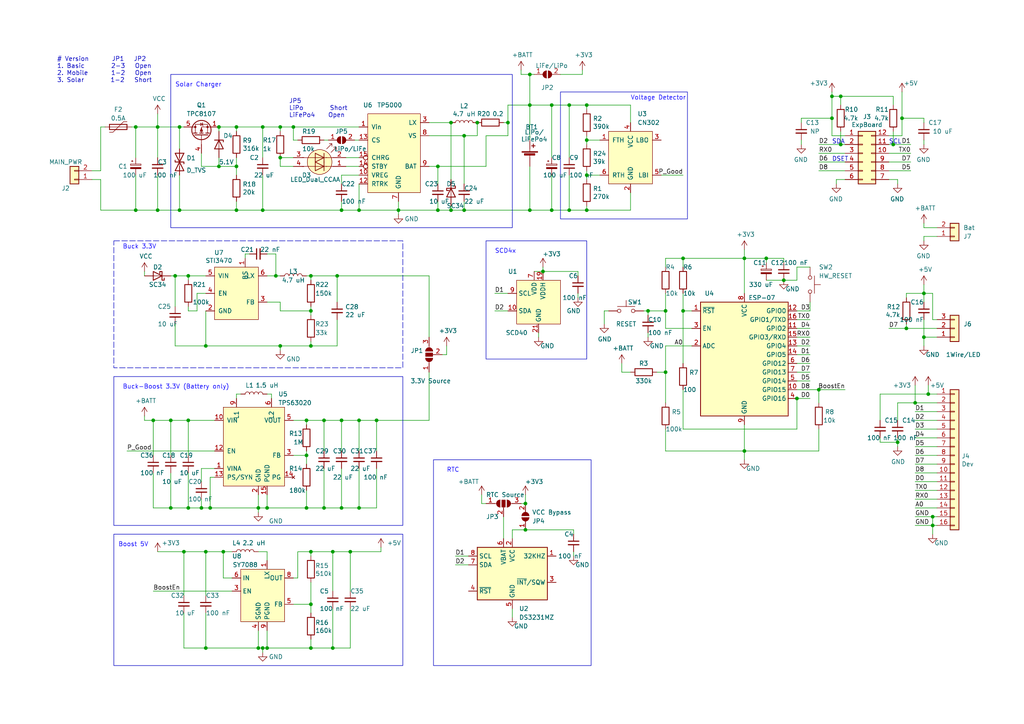
<source format=kicad_sch>
(kicad_sch (version 20230121) (generator eeschema)
  (paper "A4")
  (title_block (title "AirMQ main board") (date "2023-08-22") (rev "0.4.8") (company "#DB3"))
  (lib_symbols
    (symbol "AirMQ---ESP8266_V2-Production-0.4.1-Site-rescue:CP_Small-Device" (pin_numbers hide) (pin_names (offset 0.254) hide)
      (property "Reference" "C" (at 0.254 1.778 0))
      (property "Value" "CP_Small-Device" (at 0.254 -2.032 0))
      (symbol "CP_Small-Device_1_1"
        (pin passive line (at 0 2.54 270) (length 1.8542) (name "~") (number "1"))
        (pin passive line (at 0 -2.54 90) (length 1.8542) (name "~") (number "2"))
      )
    )
    (symbol "AirMQ---ESP8266_V2-Production-0.4.1-Site-rescue:SolderJumper_3_Open-Jumper" (pin_names (offset 0) hide)
      (property "Reference" "JP" (at -2.54 -2.54 0))
      (property "Value" "SolderJumper_3_Open-Jumper" (at 0 2.794 0))
      (symbol "SolderJumper_3_Open-Jumper_1_1"
        (pin passive line (at -5.08 0 0) (length 2.54) (name "A") (number "1"))
        (pin input line (at 0 -3.81 90) (length 2.54) (name "C") (number "2"))
        (pin passive line (at 5.08 0 180) (length 2.54) (name "B") (number "3"))
      )
    )
    (symbol "AirMQ---ESP8266_V2-Production-0.4.1-Xchange-rescue:LED_Dual_CCAA-AirMQ-0.4" (pin_names (offset 0) hide)
      (property "Reference" "D" (at 0 4.445 0))
      (property "Value" "LED_Dual_CCAA-AirMQ-0.4" (at 0 -6.35 0))
      (symbol "LED_Dual_CCAA-AirMQ-0.4_1_1"
        (pin input line (at 7.62 -1.27 180) (length 3.81) (name "K2") (number "1"))
        (pin input line (at 7.62 1.27 180) (length 3.81) (name "K1") (number "2"))
        (pin input line (at -7.62 1.27 0) (length 3.048) (name "A1") (number "3"))
        (pin input line (at -7.62 -1.27 0) (length 3.048) (name "A2") (number "4"))
      )
    )
    (symbol "AirMQ---ESP8266_V2-Production-0.4.1-Xchange-rescue:STI3470-AirMQ-0.4" (pin_names (offset 1.016))
      (property "Reference" "U7" (at -5.08 11.811 0))
      (property "Value" "STI3470" (at -5.08 9.4996 0))
      (symbol "STI3470-AirMQ-0.4_1_1"
        (pin bidirectional line (at 2.54 10.16 270) (length 2.54) (name "BS") (number "1"))
        (pin power_in line (at -8.89 -5.08 0) (length 2.54) (name "GND") (number "2"))
        (pin input line (at 8.89 -2.54 180) (length 2.54) (name "FB") (number "3"))
        (pin input line (at -8.89 0 0) (length 2.54) (name "EN") (number "4"))
        (pin power_in line (at -8.89 5.08 0) (length 2.54) (name "VIN") (number "5"))
        (pin bidirectional line (at 8.89 5.08 180) (length 2.54) (name "LX") (number "6"))
      )
    )
    (symbol "AirMQ_FP:SCD40"
      (property "Reference" "U" (at 5.08 7.62 0))
      (symbol "SCD40_1_1"
        (pin passive line (at -8.89 -2.54 0) (length 2.54) (name "SDA") (number "10"))
        (pin passive line (at 1.27 8.89 270) (length 2.54) (name "VDDH") (number "19"))
        (pin passive line (at 0 -8.89 90) (length 2.54) hide (name "GND") (number "20"))
        (pin passive line (at 0 -8.89 90) (length 2.54) (name "GND") (number "21"))
        (pin passive line (at 0 -8.89 90) (length 2.54) hide (name "GND") (number "6"))
        (pin passive line (at -1.27 8.89 270) (length 2.54) (name "VDD") (number "7"))
        (pin passive line (at -8.89 2.54 0) (length 2.54) (name "SCL") (number "9"))
      )
    )
    (symbol "AirMQ_FP:SY7088"
      (property "Reference" "U" (at -6.35 10.16 0))
      (property "Value" "SY7088" (at 6.35 8.89 0))
      (symbol "SY7088_1_1"
        (pin passive line (at 1.27 10.16 270) (length 2.54) (name "LX") (number "1"))
        (pin passive line (at 1.27 10.16 270) (length 2.54) hide (name "LX") (number "2"))
        (pin passive line (at -8.89 1.27 0) (length 2.54) (name "EN") (number "3"))
        (pin passive line (at -1.27 -10.16 90) (length 2.54) (name "SGND") (number "4"))
        (pin passive line (at 8.89 -2.54 180) (length 2.54) (name "FB") (number "5"))
        (pin power_in line (at -8.89 5.08 0) (length 2.54) (name "IN") (number "6"))
        (pin passive line (at 8.89 5.08 180) (length 2.54) hide (name "OUT") (number "7"))
        (pin power_out line (at 8.89 5.08 180) (length 2.54) (name "OUT") (number "8"))
        (pin passive line (at 1.27 -10.16 90) (length 2.54) (name "PGND") (number "9"))
      )
    )
    (symbol "AirMQ_FP:TP5000" (pin_names (offset 1.016))
      (property "Reference" "U" (at 3.81 -12.7 0))
      (property "Value" "TP5000" (at -12.7 13.97 0))
      (symbol "TP5000_0_1"
        (pin power_in line (at -10.16 7.62 0) (length 2.54) (name "Vin") (number "1"))
        (pin passive line (at -10.16 7.62 0) (length 2.54) hide (name "Vin") (number "16"))
        (pin passive line (at -10.16 7.62 0) (length 2.54) hide (name "Vin") (number "2"))
        (pin output line (at 10.16 8.89 180) (length 2.54) (name "LX") (number "3"))
        (pin passive line (at 10.16 8.89 180) (length 2.54) hide (name "LX") (number "5"))
      )
      (symbol "TP5000_1_1"
        (pin input line (at -10.16 -6.35 0) (length 2.54) (name "VREG") (number "10"))
        (pin no_connect line (at 10.16 -7.62 180) (length 2.54) hide (name "TS") (number "11"))
        (pin input line (at -10.16 -8.89 0) (length 2.54) (name "RTRK") (number "12"))
        (pin input line (at -10.16 3.81 0) (length 2.54) (name "CS") (number "13"))
        (pin output inverted (at -10.16 -3.81 0) (length 2.54) (name "STBY") (number "14"))
        (pin output inverted (at -10.16 -1.27 0) (length 2.54) (name "CHRG") (number "15"))
        (pin passive line (at 1.27 -13.97 90) (length 2.54) hide (name "GND") (number "17"))
        (pin passive line (at 10.16 8.89 180) (length 2.54) hide (name "LX") (number "4"))
        (pin passive line (at 1.27 -13.97 90) (length 2.54) hide (name "GND") (number "6"))
        (pin power_in line (at 1.27 -13.97 90) (length 2.54) (name "GND") (number "7"))
        (pin input line (at 10.16 5.08 180) (length 2.54) (name "VS") (number "8"))
        (pin input line (at 10.16 -3.81 180) (length 2.54) (name "BAT") (number "9"))
      )
    )
    (symbol "AirMQ_FP:TPC8107" (pin_names hide)
      (property "Reference" "Q" (at 5.08 1.905 0))
      (property "Value" "TPC8107" (at 5.08 0 0))
      (symbol "TPC8107_1_1"
        (pin passive line (at 2.54 -5.08 90) (length 2.54) (name "S") (number "1"))
        (pin passive line (at 2.54 -5.08 90) (length 2.54) hide (name "S") (number "2"))
        (pin passive line (at 2.54 -5.08 90) (length 2.54) hide (name "S") (number "3"))
        (pin input line (at -5.08 0 0) (length 2.54) (name "G") (number "4"))
        (pin passive line (at 2.54 5.08 270) (length 2.54) (name "D") (number "5"))
        (pin passive line (at 2.54 5.08 270) (length 2.54) hide (name "D") (number "6"))
        (pin passive line (at 2.54 5.08 270) (length 2.54) hide (name "D") (number "7"))
        (pin passive line (at 2.54 5.08 270) (length 2.54) hide (name "D") (number "8"))
      )
    )
    (symbol "AirMQ_FP:TPS63020" (pin_names (offset 1.016))
      (property "Reference" "U" (at 0 19.05 0))
      (property "Value" "TPS63020" (at 0 -19.05 0))
      (symbol "TPS63020_1_1"
        (pin bidirectional line (at -11.43 -6.35 0) (length 2.54) (name "VINA") (number "1"))
        (pin input line (at -11.43 7.62 0) (length 2.54) (name "VIN") (number "10"))
        (pin passive line (at -11.43 7.62 0) (length 2.54) hide (name "VIN") (number "11"))
        (pin input line (at -11.43 -1.27 0) (length 2.54) (name "EN") (number "12"))
        (pin bidirectional line (at -11.43 -8.89 0) (length 2.54) (name "PS/SYN") (number "13"))
        (pin no_connect line (at 11.43 -8.89 180) (length 2.54) (name "PG") (number "14"))
        (pin bidirectional line (at 3.81 -13.97 90) (length 2.54) (name "PGND") (number "15"))
        (pin passive line (at 3.81 -13.97 90) (length 2.54) hide (name "PGND") (number "16"))
        (pin passive line (at 3.81 -13.97 90) (length 2.54) hide (name "PGND") (number "17"))
        (pin passive line (at 3.81 -13.97 90) (length 2.54) hide (name "PGND") (number "18"))
        (pin passive line (at 3.81 -13.97 90) (length 2.54) hide (name "PGND") (number "19"))
        (pin bidirectional line (at 1.27 -13.97 90) (length 2.54) (name "GND") (number "2"))
        (pin passive line (at 3.81 -13.97 90) (length 2.54) hide (name "PGND") (number "20"))
        (pin passive line (at 3.81 -13.97 90) (length 2.54) hide (name "PGND") (number "21"))
        (pin passive line (at 3.81 -13.97 90) (length 2.54) hide (name "PGND") (number "22"))
        (pin passive line (at 3.81 -13.97 90) (length 2.54) hide (name "PGND") (number "23"))
        (pin input line (at 11.43 -2.54 180) (length 2.54) (name "FB") (number "3"))
        (pin passive line (at 11.43 7.62 180) (length 2.54) hide (name "VOUT") (number "4"))
        (pin output line (at 11.43 7.62 180) (length 2.54) (name "VOUT") (number "5"))
        (pin bidirectional line (at 5.08 13.97 270) (length 2.54) (name "L2") (number "6"))
        (pin passive line (at 5.08 13.97 270) (length 2.54) hide (name "L2") (number "7"))
        (pin passive line (at -5.08 13.97 270) (length 2.54) hide (name "L1") (number "8"))
        (pin bidirectional line (at -5.08 13.97 270) (length 2.54) (name "L1") (number "9"))
      )
    )
    (symbol "Airmq-2:CN302" (pin_names (offset 1.016))
      (property "Reference" "U3" (at 2.0194 12.7 0))
      (property "Value" "CN302" (at 2.0194 10.16 0))
      (symbol "CN302_1_1"
        (pin input line (at -8.89 5.08 0) (length 2.54) (name "FTH") (number "1"))
        (pin power_in line (at 0 -10.16 90) (length 2.54) (name "GND") (number "2"))
        (pin output line (at 8.89 5.08 180) (length 2.54) (name "LBO") (number "3"))
        (pin power_in line (at 0 10.16 270) (length 2.54) (name "VCC") (number "4"))
        (pin output line (at 8.89 -5.08 180) (length 2.54) (name "LBI") (number "5"))
        (pin input line (at -8.89 -5.08 0) (length 2.54) (name "RTH") (number "6"))
      )
    )
    (symbol "Connector_Generic:Conn_01x02" (pin_names (offset 1.016) hide)
      (property "Reference" "J" (at 0 2.54 0))
      (property "Value" "Conn_01x02" (at 0 -5.08 0))
      (symbol "Conn_01x02_1_1"
        (pin passive line (at -5.08 0 0) (length 3.81) (name "Pin_1") (number "1"))
        (pin passive line (at -5.08 -2.54 0) (length 3.81) (name "Pin_2") (number "2"))
      )
    )
    (symbol "Connector_Generic:Conn_01x03" (pin_names (offset 1.016) hide)
      (property "Reference" "J" (at 0 5.08 0))
      (property "Value" "Conn_01x03" (at 0 -5.08 0))
      (symbol "Conn_01x03_1_1"
        (pin passive line (at -5.08 2.54 0) (length 3.81) (name "Pin_1") (number "1"))
        (pin passive line (at -5.08 0 0) (length 3.81) (name "Pin_2") (number "2"))
        (pin passive line (at -5.08 -2.54 0) (length 3.81) (name "Pin_3") (number "3"))
      )
    )
    (symbol "Connector_Generic:Conn_01x16" (pin_names (offset 1.016) hide)
      (property "Reference" "J" (at 0 20.32 0))
      (property "Value" "Conn_01x16" (at 0 -22.86 0))
      (symbol "Conn_01x16_1_1"
        (pin passive line (at -5.08 17.78 0) (length 3.81) (name "Pin_1") (number "1"))
        (pin passive line (at -5.08 -5.08 0) (length 3.81) (name "Pin_10") (number "10"))
        (pin passive line (at -5.08 -7.62 0) (length 3.81) (name "Pin_11") (number "11"))
        (pin passive line (at -5.08 -10.16 0) (length 3.81) (name "Pin_12") (number "12"))
        (pin passive line (at -5.08 -12.7 0) (length 3.81) (name "Pin_13") (number "13"))
        (pin passive line (at -5.08 -15.24 0) (length 3.81) (name "Pin_14") (number "14"))
        (pin passive line (at -5.08 -17.78 0) (length 3.81) (name "Pin_15") (number "15"))
        (pin passive line (at -5.08 -20.32 0) (length 3.81) (name "Pin_16") (number "16"))
        (pin passive line (at -5.08 15.24 0) (length 3.81) (name "Pin_2") (number "2"))
        (pin passive line (at -5.08 12.7 0) (length 3.81) (name "Pin_3") (number "3"))
        (pin passive line (at -5.08 10.16 0) (length 3.81) (name "Pin_4") (number "4"))
        (pin passive line (at -5.08 7.62 0) (length 3.81) (name "Pin_5") (number "5"))
        (pin passive line (at -5.08 5.08 0) (length 3.81) (name "Pin_6") (number "6"))
        (pin passive line (at -5.08 2.54 0) (length 3.81) (name "Pin_7") (number "7"))
        (pin passive line (at -5.08 0 0) (length 3.81) (name "Pin_8") (number "8"))
        (pin passive line (at -5.08 -2.54 0) (length 3.81) (name "Pin_9") (number "9"))
      )
    )
    (symbol "Connector_Generic:Conn_02x06_Counter_Clockwise" (pin_names (offset 1.016) hide)
      (property "Reference" "J" (at 1.27 7.62 0))
      (property "Value" "Conn_02x06_Counter_Clockwise" (at 1.27 -10.16 0))
      (symbol "Conn_02x06_Counter_Clockwise_1_1"
        (pin passive line (at -5.08 5.08 0) (length 3.81) (name "Pin_1") (number "1"))
        (pin passive line (at 7.62 0 180) (length 3.81) (name "Pin_10") (number "10"))
        (pin passive line (at 7.62 2.54 180) (length 3.81) (name "Pin_11") (number "11"))
        (pin passive line (at 7.62 5.08 180) (length 3.81) (name "Pin_12") (number "12"))
        (pin passive line (at -5.08 2.54 0) (length 3.81) (name "Pin_2") (number "2"))
        (pin passive line (at -5.08 0 0) (length 3.81) (name "Pin_3") (number "3"))
        (pin passive line (at -5.08 -2.54 0) (length 3.81) (name "Pin_4") (number "4"))
        (pin passive line (at -5.08 -5.08 0) (length 3.81) (name "Pin_5") (number "5"))
        (pin passive line (at -5.08 -7.62 0) (length 3.81) (name "Pin_6") (number "6"))
        (pin passive line (at 7.62 -7.62 180) (length 3.81) (name "Pin_7") (number "7"))
        (pin passive line (at 7.62 -5.08 180) (length 3.81) (name "Pin_8") (number "8"))
        (pin passive line (at 7.62 -2.54 180) (length 3.81) (name "Pin_9") (number "9"))
      )
    )
    (symbol "Device:Battery_Cell" (pin_numbers hide) (pin_names (offset 0) hide)
      (property "Reference" "BT" (at 2.54 2.54 0))
      (property "Value" "Battery_Cell" (at 2.54 0 0))
      (symbol "Battery_Cell_1_1"
        (pin passive line (at 0 5.08 270) (length 2.54) (name "+") (number "1"))
        (pin passive line (at 0 -2.54 90) (length 2.54) (name "-") (number "2"))
      )
    )
    (symbol "Device:C_Small" (pin_numbers hide) (pin_names (offset 0.254) hide)
      (property "Reference" "C" (at 0.254 1.778 0))
      (property "Value" "C_Small" (at 0.254 -2.032 0))
      (symbol "C_Small_1_1"
        (pin passive line (at 0 2.54 270) (length 2.032) (name "~") (number "1"))
        (pin passive line (at 0 -2.54 90) (length 2.032) (name "~") (number "2"))
      )
    )
    (symbol "Device:D_Schottky" (pin_numbers hide) (pin_names (offset 1.016) hide)
      (property "Reference" "D" (at 0 2.54 0))
      (property "Value" "D_Schottky" (at 0 -2.54 0))
      (symbol "D_Schottky_1_1"
        (pin passive line (at -3.81 0 0) (length 2.54) (name "K") (number "1"))
        (pin passive line (at 3.81 0 180) (length 2.54) (name "A") (number "2"))
      )
    )
    (symbol "Device:D_TVS" (pin_numbers hide) (pin_names (offset 1.016) hide)
      (property "Reference" "D" (at 0 2.54 0))
      (property "Value" "D_TVS" (at 0 -2.54 0))
      (symbol "D_TVS_1_1"
        (pin passive line (at -3.81 0 0) (length 2.54) (name "A1") (number "1"))
        (pin passive line (at 3.81 0 180) (length 2.54) (name "A2") (number "2"))
      )
    )
    (symbol "Device:L" (pin_numbers hide) (pin_names (offset 1.016) hide)
      (property "Reference" "L" (at -1.27 0 90))
      (property "Value" "L" (at 1.905 0 90))
      (symbol "L_1_1"
        (pin passive line (at 0 3.81 270) (length 1.27) (name "1") (number "1"))
        (pin passive line (at 0 -3.81 90) (length 1.27) (name "2") (number "2"))
      )
    )
    (symbol "Device:Polyfuse" (pin_numbers hide) (pin_names (offset 0))
      (property "Reference" "F" (at -2.54 0 90))
      (property "Value" "Polyfuse" (at 2.54 0 90))
      (symbol "Polyfuse_1_1"
        (pin passive line (at 0 3.81 270) (length 1.27) (name "~") (number "1"))
        (pin passive line (at 0 -3.81 90) (length 1.27) (name "~") (number "2"))
      )
    )
    (symbol "Device:R" (pin_numbers hide) (pin_names (offset 0))
      (property "Reference" "R" (at 2.032 0 90))
      (property "Value" "R" (at 0 0 90))
      (symbol "R_1_1"
        (pin passive line (at 0 3.81 270) (length 1.27) (name "~") (number "1"))
        (pin passive line (at 0 -3.81 90) (length 1.27) (name "~") (number "2"))
      )
    )
    (symbol "Diode:BZT52Bxx" (pin_numbers hide) (pin_names hide)
      (property "Reference" "D" (at 0 2.54 0))
      (property "Value" "BZT52Bxx" (at 0 -2.54 0))
      (symbol "BZT52Bxx_1_1"
        (pin passive line (at -3.81 0 0) (length 2.54) (name "K") (number "1"))
        (pin passive line (at 3.81 0 180) (length 2.54) (name "A") (number "2"))
      )
    )
    (symbol "Jumper:SolderJumper_2_Open" (pin_names (offset 0) hide)
      (property "Reference" "JP" (at 0 2.032 0))
      (property "Value" "SolderJumper_2_Open" (at 0 -2.54 0))
      (symbol "SolderJumper_2_Open_1_1"
        (pin passive line (at -3.81 0 0) (length 2.54) (name "A") (number "1"))
        (pin passive line (at 3.81 0 180) (length 2.54) (name "B") (number "2"))
      )
    )
    (symbol "RF_Module:ESP-07"
      (property "Reference" "U" (at -12.7 19.05 0))
      (property "Value" "ESP-07" (at 12.7 19.05 0))
      (symbol "ESP-07_1_1"
        (pin input line (at -15.24 15.24 0) (length 2.54) (name "~{RST}") (number "1"))
        (pin bidirectional line (at 15.24 -7.62 180) (length 2.54) (name "GPIO15") (number "10"))
        (pin bidirectional line (at 15.24 10.16 180) (length 2.54) (name "GPIO2") (number "11"))
        (pin bidirectional line (at 15.24 15.24 180) (length 2.54) (name "GPIO0") (number "12"))
        (pin bidirectional line (at 15.24 5.08 180) (length 2.54) (name "GPIO4") (number "13"))
        (pin bidirectional line (at 15.24 2.54 180) (length 2.54) (name "GPIO5") (number "14"))
        (pin bidirectional line (at 15.24 7.62 180) (length 2.54) (name "GPIO3/RXD") (number "15"))
        (pin bidirectional line (at 15.24 12.7 180) (length 2.54) (name "GPIO1/TXD") (number "16"))
        (pin input line (at -15.24 5.08 0) (length 2.54) (name "ADC") (number "2"))
        (pin input line (at -15.24 10.16 0) (length 2.54) (name "EN") (number "3"))
        (pin bidirectional line (at 15.24 -10.16 180) (length 2.54) (name "GPIO16") (number "4"))
        (pin bidirectional line (at 15.24 -5.08 180) (length 2.54) (name "GPIO14") (number "5"))
        (pin bidirectional line (at 15.24 0 180) (length 2.54) (name "GPIO12") (number "6"))
        (pin bidirectional line (at 15.24 -2.54 180) (length 2.54) (name "GPIO13") (number "7"))
        (pin power_in line (at 0 20.32 270) (length 2.54) (name "VCC") (number "8"))
        (pin power_in line (at 0 -17.78 90) (length 2.54) (name "GND") (number "9"))
      )
    )
    (symbol "Switch:SW_Push" (pin_numbers hide) (pin_names (offset 1.016) hide)
      (property "Reference" "SW" (at 1.27 2.54 0))
      (property "Value" "SW_Push" (at 0 -1.524 0))
      (symbol "SW_Push_0_1"
        (pin passive line (at -5.08 0 0) (length 2.54) (name "1") (number "1"))
        (pin passive line (at 5.08 0 180) (length 2.54) (name "2") (number "2"))
      )
    )
    (symbol "Timer_RTC:DS3231MZ"
      (property "Reference" "U1" (at 2.0194 -10.16 0))
      (property "Value" "DS3231MZ" (at 2.0194 -12.7 0))
      (symbol "DS3231MZ_1_1"
        (pin passive line (at 12.7 5.08 180) (length 2.54) (name "32KHZ") (number "1"))
        (pin power_in line (at 0 10.16 270) (length 2.54) (name "VCC") (number "2"))
        (pin passive line (at 12.7 -2.54 180) (length 2.54) (name "~{INT}/SQW") (number "3"))
        (pin bidirectional line (at -12.7 -5.08 0) (length 2.54) (name "~{RST}") (number "4"))
        (pin power_in line (at 0 -10.16 90) (length 2.54) (name "GND") (number "5"))
        (pin power_in line (at -2.54 10.16 270) (length 2.54) (name "VBAT") (number "6"))
        (pin bidirectional line (at -12.7 2.54 0) (length 2.54) (name "SDA") (number "7"))
        (pin input line (at -12.7 5.08 0) (length 2.54) (name "SCL") (number "8"))
      )
    )
    (symbol "power:+3V3" (power) (pin_names (offset 0))
      (property "Value" "+3V3" (at 0 3.556 0))
      (symbol "+3V3_1_1"
        (pin power_in line (at 0 0 90) (length 0) hide (name "+3V3") (number "1"))
      )
    )
    (symbol "power:+5V" (power) (pin_names (offset 0))
      (property "Value" "+5V" (at 0 3.556 0))
      (symbol "+5V_1_1"
        (pin power_in line (at 0 0 90) (length 0) hide (name "+5V") (number "1"))
      )
    )
    (symbol "power:+BATT" (power) (pin_names (offset 0))
      (property "Value" "+BATT" (at 0 3.556 0))
      (symbol "+BATT_1_1"
        (pin power_in line (at 0 0 90) (length 0) hide (name "+BATT") (number "1"))
      )
    )
    (symbol "power:GND" (power) (pin_names (offset 0))
      (property "Value" "GND" (at 0 -3.81 0))
      (symbol "GND_1_1"
        (pin power_in line (at 0 0 270) (length 0) hide (name "GND") (number "1"))
      )
    )
    (symbol "power:VCC" (power) (pin_names (offset 0))
      (property "Value" "VCC" (at 0 3.81 0))
      (symbol "VCC_1_1"
        (pin power_in line (at 0 0 90) (length 0) hide (name "VCC") (number "1"))
      )
    )
  )
  (junction (at 88.9 132.08))
  (junction (at 152.4 153.67))
  (junction (at 160.02 30.48))
  (junction (at 74.93 147.32))
  (junction (at 193.04 107.95))
  (junction (at 96.52 187.96))
  (junction (at 39.37 60.96))
  (junction (at 153.67 30.48))
  (junction (at 88.9 147.32))
  (junction (at 259.08 41.91))
  (junction (at 127 60.96))
  (junction (at 99.06 60.96))
  (junction (at 63.5 36.83))
  (junction (at 68.58 60.96))
  (junction (at 50.8 80.01))
  (junction (at 76.2 187.96))
  (junction (at 152.4 146.05))
  (junction (at 104.14 121.92))
  (junction (at 267.97 97.79))
  (junction (at 265.43 116.84))
  (junction (at 45.72 36.83))
  (junction (at 64.77 160.02))
  (junction (at 59.69 100.33))
  (junction (at 198.12 74.93))
  (junction (at 215.9 130.81))
  (junction (at 170.18 60.96))
  (junction (at 77.47 187.96))
  (junction (at 260.35 128.27))
  (junction (at 49.53 147.32))
  (junction (at 81.28 100.33))
  (junction (at 109.22 121.92))
  (junction (at 193.04 90.17))
  (junction (at 231.14 115.57))
  (junction (at 237.49 113.03))
  (junction (at 267.97 85.09))
  (junction (at 157.48 78.74))
  (junction (at 99.06 147.32))
  (junction (at 90.17 100.33))
  (junction (at 68.58 36.83))
  (junction (at 170.18 40.64))
  (junction (at 262.89 95.25))
  (junction (at 93.98 147.32))
  (junction (at 45.72 60.96))
  (junction (at 198.12 90.17))
  (junction (at 81.28 45.72))
  (junction (at 104.14 60.96))
  (junction (at 130.81 35.56))
  (junction (at 80.01 80.01))
  (junction (at 85.09 36.83))
  (junction (at 227.33 81.28))
  (junction (at 49.53 121.92))
  (junction (at 99.06 121.92))
  (junction (at 160.02 60.96))
  (junction (at 222.25 74.93))
  (junction (at 270.51 152.4))
  (junction (at 90.17 160.02))
  (junction (at 165.1 30.48))
  (junction (at 88.9 121.92))
  (junction (at 60.96 147.32))
  (junction (at 134.62 60.96))
  (junction (at 153.67 60.96))
  (junction (at 53.34 160.02))
  (junction (at 138.43 35.56))
  (junction (at 90.17 90.17))
  (junction (at 115.57 60.96))
  (junction (at 44.45 121.92))
  (junction (at 77.47 147.32))
  (junction (at 59.69 160.02))
  (junction (at 52.07 36.83))
  (junction (at 270.51 149.86))
  (junction (at 68.58 48.26))
  (junction (at 147.32 35.56))
  (junction (at 90.17 80.01))
  (junction (at 81.28 36.83))
  (junction (at 58.42 147.32))
  (junction (at 90.17 175.26))
  (junction (at 54.61 147.32))
  (junction (at 243.84 41.91))
  (junction (at 101.6 160.02))
  (junction (at 241.3 34.29))
  (junction (at 165.1 60.96))
  (junction (at 52.07 60.96))
  (junction (at 39.37 36.83))
  (junction (at 170.18 50.8))
  (junction (at 76.2 60.96))
  (junction (at 170.18 30.48))
  (junction (at 76.2 36.83))
  (junction (at 261.62 34.29))
  (junction (at 241.3 27.94))
  (junction (at 54.61 80.01))
  (junction (at 63.5 48.26))
  (junction (at 104.14 147.32))
  (junction (at 93.98 121.92))
  (junction (at 127 48.26))
  (junction (at 54.61 121.92))
  (junction (at 215.9 74.93))
  (junction (at 130.81 60.96))
  (junction (at 59.69 187.96))
  (junction (at 153.67 21.59))
  (junction (at 96.52 160.02))
  (junction (at 134.62 39.37))
  (junction (at 74.93 187.96))
  (junction (at 269.24 114.3))
  (junction (at 243.84 27.94))
  (junction (at 90.17 187.96))
  (junction (at 97.79 80.01))
  (junction (at 187.96 90.17))
  (wire (pts (xy 49.53 137.16) (xy 49.53 147.32)))
  (wire (pts (xy 67.31 167.64) (xy 64.77 167.64)))
  (wire (pts (xy 232.41 35.56) (xy 232.41 34.29)))
  (wire (pts (xy 271.78 147.32) (xy 265.43 147.32)))
  (wire (pts (xy 271.78 119.38) (xy 265.43 119.38)))
  (wire (pts (xy 81.28 100.33) (xy 90.17 100.33)))
  (wire (pts (xy 59.69 85.09) (xy 57.15 85.09)))
  (wire (pts (xy 242.57 52.07) (xy 245.11 52.07)))
  (wire (pts (xy 99.06 53.34) (xy 99.06 50.8)))
  (wire (pts (xy 165.1 30.48) (xy 170.18 30.48)))
  (wire (pts (xy 271.78 129.54) (xy 265.43 129.54)))
  (wire (pts (xy 227.33 76.2) (xy 227.33 74.93)))
  (wire (pts (xy 88.9 130.81) (xy 88.9 132.08)))
  (wire (pts (xy 271.78 144.78) (xy 265.43 144.78)))
  (wire (pts (xy 41.91 121.92) (xy 44.45 121.92)))
  (wire (pts (xy 267.97 97.79) (xy 271.78 97.79)))
  (wire (pts (xy 267.97 85.09) (xy 262.89 85.09)))
  (wire (pts (xy 78.74 114.3) (xy 78.74 115.57)))
  (wire (pts (xy 41.91 120.65) (xy 41.91 121.92)))
  (wire (pts (xy 198.12 124.46) (xy 198.12 113.03)))
  (wire (pts (xy 97.79 87.63) (xy 97.79 80.01)))
  (wire (pts (xy 271.78 152.4) (xy 270.51 152.4)))
  (wire (pts (xy 76.2 60.96) (xy 99.06 60.96)))
  (wire (pts (xy 41.91 80.01) (xy 41.91 78.74)))
  (wire (pts (xy 44.45 121.92) (xy 49.53 121.92)))
  (wire (pts (xy 127 60.96) (xy 115.57 60.96)))
  (wire (pts (xy 167.64 80.01) (xy 167.64 78.74)))
  (wire (pts (xy 29.21 49.53) (xy 26.67 49.53)))
  (wire (pts (xy 77.47 143.51) (xy 77.47 147.32)))
  (wire (pts (xy 97.79 80.01) (xy 124.46 80.01)))
  (wire (pts (xy 26.67 52.07) (xy 29.21 52.07)))
  (wire (pts (xy 270.51 85.09) (xy 267.97 85.09)))
  (wire (pts (xy 262.89 93.98) (xy 262.89 95.25)))
  (wire (pts (xy 50.8 80.01) (xy 49.53 80.01)))
  (wire (pts (xy 45.72 33.02) (xy 45.72 36.83)))
  (wire (pts (xy 96.52 176.53) (xy 96.52 187.96)))
  (wire (pts (xy 54.61 132.08) (xy 54.61 121.92)))
  (wire (pts (xy 198.12 85.09) (xy 198.12 90.17)))
  (wire (pts (xy 90.17 80.01) (xy 90.17 81.28)))
  (wire (pts (xy 170.18 30.48) (xy 182.88 30.48)))
  (wire (pts (xy 80.01 73.66) (xy 80.01 80.01)))
  (wire (pts (xy 29.21 36.83) (xy 29.21 49.53)))
  (wire (pts (xy 53.34 160.02) (xy 53.34 172.72)))
  (wire (pts (xy 104.14 147.32) (xy 99.06 147.32)))
  (wire (pts (xy 68.58 36.83) (xy 68.58 38.1)))
  (wire (pts (xy 81.28 36.83) (xy 85.09 36.83)))
  (wire (pts (xy 45.72 36.83) (xy 52.07 36.83)))
  (wire (pts (xy 50.8 100.33) (xy 50.8 93.98)))
  (wire (pts (xy 147.32 35.56) (xy 146.05 35.56)))
  (wire (pts (xy 44.45 137.16) (xy 44.45 147.32)))
  (wire (pts (xy 90.17 90.17) (xy 90.17 91.44)))
  (wire (pts (xy 96.52 187.96) (xy 101.6 187.96)))
  (wire (pts (xy 271.78 132.08) (xy 265.43 132.08)))
  (wire (pts (xy 231.14 124.46) (xy 198.12 124.46)))
  (wire (pts (xy 104.14 53.34) (xy 104.14 60.96)))
  (wire (pts (xy 54.61 147.32) (xy 58.42 147.32)))
  (wire (pts (xy 58.42 44.45) (xy 58.42 48.26)))
  (wire (pts (xy 54.61 80.01) (xy 59.69 80.01)))
  (wire (pts (xy 170.18 50.8) (xy 170.18 52.07)))
  (wire (pts (xy 50.8 88.9) (xy 50.8 80.01)))
  (wire (pts (xy 29.21 52.07) (xy 29.21 60.96)))
  (wire (pts (xy 187.96 91.44) (xy 187.96 90.17)))
  (wire (pts (xy 261.62 26.67) (xy 261.62 34.29)))
  (wire (pts (xy 104.14 121.92) (xy 104.14 130.81)))
  (wire (pts (xy 86.36 167.64) (xy 86.36 160.02)))
  (wire (pts (xy 57.15 85.09) (xy 57.15 90.17)))
  (wire (pts (xy 257.81 49.53) (xy 264.16 49.53)))
  (wire (pts (xy 170.18 60.96) (xy 170.18 59.69)))
  (wire (pts (xy 271.78 149.86) (xy 270.51 149.86)))
  (wire (pts (xy 104.14 135.89) (xy 104.14 147.32)))
  (wire (pts (xy 270.51 154.94) (xy 270.51 152.4)))
  (wire (pts (xy 143.51 85.09) (xy 147.32 85.09)))
  (wire (pts (xy 237.49 124.46) (xy 237.49 130.81)))
  (wire (pts (xy 193.04 130.81) (xy 215.9 130.81)))
  (wire (pts (xy 134.62 58.42) (xy 134.62 60.96)))
  (wire (pts (xy 39.37 36.83) (xy 39.37 45.72)))
  (wire (pts (xy 260.35 128.27) (xy 260.35 129.54)))
  (wire (pts (xy 99.06 50.8) (xy 104.14 50.8)))
  (wire (pts (xy 74.93 182.88) (xy 74.93 187.96)))
  (wire (pts (xy 64.77 160.02) (xy 67.31 160.02)))
  (wire (pts (xy 193.04 130.81) (xy 193.04 124.46)))
  (wire (pts (xy 255.27 114.3) (xy 255.27 121.92)))
  (wire (pts (xy 49.53 121.92) (xy 54.61 121.92)))
  (wire (pts (xy 243.84 27.94) (xy 259.08 27.94)))
  (wire (pts (xy 85.09 175.26) (xy 90.17 175.26)))
  (wire (pts (xy 270.51 149.86) (xy 265.43 149.86)))
  (wire (pts (xy 160.02 50.8) (xy 160.02 60.96)))
  (wire (pts (xy 52.07 36.83) (xy 52.07 43.18)))
  (wire (pts (xy 72.39 73.66) (xy 71.12 73.66)))
  (wire (pts (xy 63.5 36.83) (xy 68.58 36.83)))
  (wire (pts (xy 139.7 146.05) (xy 140.97 146.05)))
  (wire (pts (xy 270.51 92.71) (xy 270.51 85.09)))
  (wire (pts (xy 85.09 132.08) (xy 88.9 132.08)))
  (wire (pts (xy 234.95 90.17) (xy 234.95 87.63)))
  (wire (pts (xy 77.47 87.63) (xy 81.28 87.63)))
  (wire (pts (xy 175.26 90.17) (xy 175.26 93.98)))
  (wire (pts (xy 231.14 81.28) (xy 227.33 81.28)))
  (wire (pts (xy 182.88 55.88) (xy 182.88 60.96)))
  (wire (pts (xy 45.72 60.96) (xy 52.07 60.96)))
  (wire (pts (xy 193.04 85.09) (xy 193.04 90.17)))
  (wire (pts (xy 160.02 30.48) (xy 160.02 45.72)))
  (wire (pts (xy 232.41 34.29) (xy 241.3 34.29)))
  (wire (pts (xy 242.57 53.34) (xy 242.57 52.07)))
  (wire (pts (xy 140.97 48.26) (xy 140.97 39.37)))
  (wire (pts (xy 269.24 114.3) (xy 269.24 111.76)))
  (wire (pts (xy 109.22 147.32) (xy 104.14 147.32)))
  (wire (pts (xy 63.5 38.1) (xy 63.5 36.83)))
  (wire (pts (xy 262.89 85.09) (xy 262.89 86.36)))
  (wire (pts (xy 45.72 160.02) (xy 53.34 160.02)))
  (wire (pts (xy 78.74 114.3) (xy 77.47 114.3)))
  (wire (pts (xy 109.22 135.89) (xy 109.22 147.32)))
  (wire (pts (xy 127 48.26) (xy 124.46 48.26)))
  (wire (pts (xy 86.36 160.02) (xy 90.17 160.02)))
  (wire (pts (xy 193.04 100.33) (xy 193.04 107.95)))
  (wire (pts (xy 146.05 149.86) (xy 146.05 156.21)))
  (wire (pts (xy 153.67 30.48) (xy 160.02 30.48)))
  (wire (pts (xy 147.32 30.48) (xy 153.67 30.48)))
  (wire (pts (xy 231.14 77.47) (xy 231.14 81.28)))
  (wire (pts (xy 186.69 90.17) (xy 187.96 90.17)))
  (wire (pts (xy 134.62 39.37) (xy 138.43 39.37)))
  (wire (pts (xy 170.18 60.96) (xy 165.1 60.96)))
  (wire (pts (xy 143.51 90.17) (xy 147.32 90.17)))
  (wire (pts (xy 255.27 127) (xy 255.27 128.27)))
  (wire (pts (xy 81.28 90.17) (xy 90.17 90.17)))
  (wire (pts (xy 271.78 127) (xy 265.43 127)))
  (wire (pts (xy 170.18 39.37) (xy 170.18 40.64)))
  (wire (pts (xy 93.98 147.32) (xy 88.9 147.32)))
  (wire (pts (xy 77.47 182.88) (xy 77.47 187.96)))
  (wire (pts (xy 271.78 139.7) (xy 265.43 139.7)))
  (wire (pts (xy 153.67 48.26) (xy 153.67 60.96)))
  (wire (pts (xy 90.17 80.01) (xy 97.79 80.01)))
  (wire (pts (xy 59.69 187.96) (xy 74.93 187.96)))
  (wire (pts (xy 168.91 20.32) (xy 168.91 21.59)))
  (wire (pts (xy 109.22 121.92) (xy 104.14 121.92)))
  (wire (pts (xy 54.61 137.16) (xy 54.61 147.32)))
  (wire (pts (xy 99.06 60.96) (xy 104.14 60.96)))
  (wire (pts (xy 234.95 77.47) (xy 231.14 77.47)))
  (wire (pts (xy 90.17 177.8) (xy 90.17 175.26)))
  (wire (pts (xy 85.09 40.64) (xy 85.09 36.83)))
  (wire (pts (xy 257.81 44.45) (xy 264.16 44.45)))
  (wire (pts (xy 93.98 40.64) (xy 95.25 40.64)))
  (wire (pts (xy 267.97 35.56) (xy 267.97 34.29)))
  (wire (pts (xy 45.72 50.8) (xy 45.72 60.96)))
  (wire (pts (xy 267.97 41.91) (xy 267.97 40.64)))
  (wire (pts (xy 74.93 143.51) (xy 74.93 147.32)))
  (wire (pts (xy 58.42 135.89) (xy 62.23 135.89)))
  (wire (pts (xy 191.77 50.8) (xy 198.12 50.8)))
  (wire (pts (xy 130.81 60.96) (xy 127 60.96)))
  (wire (pts (xy 104.14 60.96) (xy 115.57 60.96)))
  (wire (pts (xy 193.04 74.93) (xy 198.12 74.93)))
  (wire (pts (xy 267.97 34.29) (xy 261.62 34.29)))
  (wire (pts (xy 245.11 41.91) (xy 243.84 41.91)))
  (wire (pts (xy 86.36 40.64) (xy 85.09 40.64)))
  (wire (pts (xy 170.18 49.53) (xy 170.18 50.8)))
  (wire (pts (xy 100.33 45.72) (xy 104.14 45.72)))
  (wire (pts (xy 44.45 147.32) (xy 49.53 147.32)))
  (wire (pts (xy 57.15 90.17) (xy 54.61 90.17)))
  (wire (pts (xy 64.77 160.02) (xy 64.77 167.64)))
  (wire (pts (xy 85.09 167.64) (xy 86.36 167.64)))
  (wire (pts (xy 231.14 115.57) (xy 234.95 115.57)))
  (wire (pts (xy 222.25 74.93) (xy 227.33 74.93)))
  (wire (pts (xy 153.67 30.48) (xy 153.67 40.64)))
  (wire (pts (xy 154.94 21.59) (xy 153.67 21.59)))
  (wire (pts (xy 165.1 30.48) (xy 160.02 30.48)))
  (wire (pts (xy 29.21 60.96) (xy 39.37 60.96)))
  (wire (pts (xy 260.35 116.84) (xy 265.43 116.84)))
  (wire (pts (xy 153.67 21.59) (xy 151.13 21.59)))
  (wire (pts (xy 260.35 121.92) (xy 260.35 116.84)))
  (wire (pts (xy 243.84 38.1) (xy 243.84 41.91)))
  (wire (pts (xy 100.33 48.26) (xy 104.14 48.26)))
  (wire (pts (xy 267.97 68.58) (xy 271.78 68.58)))
  (wire (pts (xy 127 53.34) (xy 127 48.26)))
  (wire (pts (xy 267.97 92.71) (xy 267.97 97.79)))
  (wire (pts (xy 243.84 30.48) (xy 243.84 27.94)))
  (wire (pts (xy 231.14 92.71) (xy 234.95 92.71)))
  (wire (pts (xy 259.08 38.1) (xy 259.08 41.91)))
  (wire (pts (xy 265.43 116.84) (xy 265.43 111.76)))
  (wire (pts (xy 262.89 95.25) (xy 257.81 95.25)))
  (wire (pts (xy 257.81 52.07) (xy 260.35 52.07)))
  (wire (pts (xy 77.47 160.02) (xy 77.47 162.56)))
  (wire (pts (xy 270.51 152.4) (xy 265.43 152.4)))
  (wire (pts (xy 124.46 39.37) (xy 134.62 39.37)))
  (wire (pts (xy 52.07 36.83) (xy 53.34 36.83)))
  (wire (pts (xy 271.78 137.16) (xy 265.43 137.16)))
  (wire (pts (xy 90.17 161.29) (xy 90.17 160.02)))
  (wire (pts (xy 271.78 121.92) (xy 265.43 121.92)))
  (wire (pts (xy 187.96 97.79) (xy 187.96 96.52)))
  (wire (pts (xy 81.28 45.72) (xy 85.09 45.72)))
  (wire (pts (xy 215.9 74.93) (xy 222.25 74.93)))
  (wire (pts (xy 38.1 36.83) (xy 39.37 36.83)))
  (wire (pts (xy 63.5 45.72) (xy 63.5 48.26)))
  (wire (pts (xy 58.42 144.78) (xy 58.42 147.32)))
  (wire (pts (xy 267.97 66.04) (xy 267.97 64.77)))
  (wire (pts (xy 77.47 187.96) (xy 90.17 187.96)))
  (wire (pts (xy 90.17 160.02) (xy 96.52 160.02)))
  (wire (pts (xy 90.17 88.9) (xy 90.17 90.17)))
  (wire (pts (xy 76.2 50.8) (xy 76.2 60.96)))
  (wire (pts (xy 130.81 52.07) (xy 130.81 35.56)))
  (wire (pts (xy 182.88 35.56) (xy 182.88 30.48)))
  (wire (pts (xy 74.93 187.96) (xy 76.2 187.96)))
  (wire (pts (xy 231.14 105.41) (xy 234.95 105.41)))
  (wire (pts (xy 243.84 41.91) (xy 237.49 41.91)))
  (wire (pts (xy 241.3 26.67) (xy 241.3 27.94)))
  (wire (pts (xy 76.2 45.72) (xy 76.2 36.83)))
  (wire (pts (xy 90.17 175.26) (xy 90.17 168.91)))
  (wire (pts (xy 132.08 161.29) (xy 135.89 161.29)))
  (wire (pts (xy 109.22 130.81) (xy 109.22 121.92)))
  (wire (pts (xy 59.69 177.8) (xy 59.69 187.96)))
  (wire (pts (xy 231.14 90.17) (xy 234.95 90.17)))
  (wire (pts (xy 148.59 156.21) (xy 148.59 153.67)))
  (wire (pts (xy 139.7 143.51) (xy 139.7 146.05)))
  (wire (pts (xy 39.37 50.8) (xy 39.37 60.96)))
  (wire (pts (xy 231.14 102.87) (xy 234.95 102.87)))
  (wire (pts (xy 165.1 60.96) (xy 165.1 50.8)))
  (wire (pts (xy 128.27 102.87) (xy 129.54 102.87)))
  (wire (pts (xy 62.23 138.43) (xy 60.96 138.43)))
  (wire (pts (xy 52.07 50.8) (xy 52.07 60.96)))
  (wire (pts (xy 44.45 171.45) (xy 67.31 171.45)))
  (wire (pts (xy 99.06 130.81) (xy 99.06 121.92)))
  (wire (pts (xy 96.52 160.02) (xy 96.52 171.45)))
  (wire (pts (xy 157.48 78.74) (xy 167.64 78.74)))
  (wire (pts (xy 152.4 143.51) (xy 152.4 146.05)))
  (wire (pts (xy 68.58 36.83) (xy 76.2 36.83)))
  (wire (pts (xy 241.3 27.94) (xy 243.84 27.94)))
  (wire (pts (xy 241.3 39.37) (xy 245.11 39.37)))
  (wire (pts (xy 49.53 132.08) (xy 49.53 121.92)))
  (wire (pts (xy 101.6 176.53) (xy 101.6 187.96)))
  (wire (pts (xy 90.17 187.96) (xy 96.52 187.96)))
  (wire (pts (xy 58.42 147.32) (xy 60.96 147.32)))
  (wire (pts (xy 115.57 62.23) (xy 115.57 60.96)))
  (wire (pts (xy 85.09 121.92) (xy 88.9 121.92)))
  (wire (pts (xy 124.46 121.92) (xy 124.46 107.95)))
  (wire (pts (xy 151.13 146.05) (xy 152.4 146.05)))
  (wire (pts (xy 170.18 60.96) (xy 182.88 60.96)))
  (wire (pts (xy 39.37 60.96) (xy 45.72 60.96)))
  (wire (pts (xy 59.69 90.17) (xy 59.69 100.33)))
  (wire (pts (xy 138.43 39.37) (xy 138.43 35.56)))
  (wire (pts (xy 193.04 95.25) (xy 193.04 90.17)))
  (wire (pts (xy 68.58 60.96) (xy 76.2 60.96)))
  (wire (pts (xy 80.01 80.01) (xy 81.28 80.01)))
  (wire (pts (xy 267.97 85.09) (xy 267.97 82.55)))
  (wire (pts (xy 231.14 97.79) (xy 234.95 97.79)))
  (wire (pts (xy 261.62 39.37) (xy 257.81 39.37)))
  (wire (pts (xy 77.47 147.32) (xy 88.9 147.32)))
  (wire (pts (xy 88.9 123.19) (xy 88.9 121.92)))
  (wire (pts (xy 96.52 160.02) (xy 101.6 160.02)))
  (wire (pts (xy 271.78 95.25) (xy 262.89 95.25)))
  (wire (pts (xy 68.58 58.42) (xy 68.58 60.96)))
  (wire (pts (xy 76.2 187.96) (xy 77.47 187.96)))
  (wire (pts (xy 59.69 160.02) (xy 59.69 172.72)))
  (wire (pts (xy 54.61 88.9) (xy 54.61 90.17)))
  (wire (pts (xy 129.54 102.87) (xy 129.54 100.33)))
  (wire (pts (xy 271.78 92.71) (xy 270.51 92.71)))
  (wire (pts (xy 257.81 41.91) (xy 259.08 41.91)))
  (wire (pts (xy 85.09 36.83) (xy 104.14 36.83)))
  (wire (pts (xy 193.04 107.95) (xy 193.04 116.84)))
  (wire (pts (xy 36.83 130.81) (xy 62.23 130.81)))
  (wire (pts (xy 241.3 27.94) (xy 241.3 34.29)))
  (wire (pts (xy 110.49 160.02) (xy 110.49 158.75)))
  (wire (pts (xy 90.17 100.33) (xy 90.17 99.06)))
  (wire (pts (xy 170.18 31.75) (xy 170.18 30.48)))
  (wire (pts (xy 134.62 60.96) (xy 153.67 60.96)))
  (wire (pts (xy 271.78 124.46) (xy 265.43 124.46)))
  (wire (pts (xy 170.18 50.8) (xy 173.99 50.8)))
  (wire (pts (xy 109.22 121.92) (xy 124.46 121.92)))
  (wire (pts (xy 58.42 48.26) (xy 63.5 48.26)))
  (wire (pts (xy 269.24 114.3) (xy 271.78 114.3)))
  (wire (pts (xy 198.12 77.47) (xy 198.12 74.93)))
  (wire (pts (xy 261.62 34.29) (xy 261.62 39.37)))
  (wire (pts (xy 140.97 39.37) (xy 147.32 39.37)))
  (wire (pts (xy 237.49 113.03) (xy 245.11 113.03)))
  (wire (pts (xy 231.14 110.49) (xy 234.95 110.49)))
  (wire (pts (xy 127 58.42) (xy 127 60.96)))
  (wire (pts (xy 115.57 58.42) (xy 115.57 60.96)))
  (wire (pts (xy 77.47 73.66) (xy 80.01 73.66)))
  (wire (pts (xy 231.14 115.57) (xy 231.14 124.46)))
  (wire (pts (xy 101.6 171.45) (xy 101.6 160.02)))
  (wire (pts (xy 148.59 176.53) (xy 148.59 179.07)))
  (wire (pts (xy 132.08 163.83) (xy 135.89 163.83)))
  (wire (pts (xy 52.07 60.96) (xy 68.58 60.96)))
  (wire (pts (xy 157.48 77.47) (xy 157.48 78.74)))
  (wire (pts (xy 124.46 80.01) (xy 124.46 97.79)))
  (wire (pts (xy 215.9 133.35) (xy 215.9 130.81)))
  (wire (pts (xy 231.14 95.25) (xy 234.95 95.25)))
  (wire (pts (xy 198.12 90.17) (xy 198.12 105.41)))
  (wire (pts (xy 166.37 154.94) (xy 166.37 153.67)))
  (wire (pts (xy 101.6 160.02) (xy 110.49 160.02)))
  (wire (pts (xy 260.35 127) (xy 260.35 128.27)))
  (wire (pts (xy 165.1 45.72) (xy 165.1 30.48)))
  (wire (pts (xy 49.53 147.32) (xy 54.61 147.32)))
  (wire (pts (xy 166.37 153.67) (xy 152.4 153.67)))
  (wire (pts (xy 167.64 85.09) (xy 167.64 86.36)))
  (wire (pts (xy 90.17 185.42) (xy 90.17 187.96)))
  (wire (pts (xy 76.2 189.23) (xy 76.2 187.96)))
  (wire (pts (xy 68.58 45.72) (xy 68.58 48.26)))
  (wire (pts (xy 187.96 90.17) (xy 193.04 90.17)))
  (wire (pts (xy 68.58 114.3) (xy 69.85 114.3)))
  (wire (pts (xy 271.78 142.24) (xy 265.43 142.24)))
  (wire (pts (xy 44.45 121.92) (xy 44.45 132.08)))
  (wire (pts (xy 267.97 69.85) (xy 267.97 68.58)))
  (wire (pts (xy 222.25 81.28) (xy 227.33 81.28)))
  (wire (pts (xy 93.98 130.81) (xy 93.98 121.92)))
  (wire (pts (xy 231.14 113.03) (xy 237.49 113.03)))
  (wire (pts (xy 156.21 96.52) (xy 156.21 97.79)))
  (wire (pts (xy 30.48 36.83) (xy 29.21 36.83)))
  (wire (pts (xy 241.3 34.29) (xy 241.3 39.37)))
  (wire (pts (xy 255.27 114.3) (xy 269.24 114.3)))
  (wire (pts (xy 53.34 187.96) (xy 59.69 187.96)))
  (wire (pts (xy 180.34 107.95) (xy 182.88 107.95)))
  (wire (pts (xy 245.11 44.45) (xy 237.49 44.45)))
  (wire (pts (xy 99.06 147.32) (xy 93.98 147.32)))
  (wire (pts (xy 259.08 41.91) (xy 264.16 41.91)))
  (wire (pts (xy 154.94 78.74) (xy 157.48 78.74)))
  (wire (pts (xy 215.9 123.19) (xy 215.9 130.81)))
  (wire (pts (xy 99.06 135.89) (xy 99.06 147.32)))
  (wire (pts (xy 231.14 100.33) (xy 234.95 100.33)))
  (wire (pts (xy 151.13 21.59) (xy 151.13 20.32)))
  (wire (pts (xy 245.11 46.99) (xy 237.49 46.99)))
  (wire (pts (xy 215.9 72.39) (xy 215.9 74.93)))
  (wire (pts (xy 54.61 81.28) (xy 54.61 80.01)))
  (wire (pts (xy 88.9 142.24) (xy 88.9 147.32)))
  (wire (pts (xy 231.14 107.95) (xy 234.95 107.95)))
  (wire (pts (xy 259.08 27.94) (xy 259.08 30.48)))
  (wire (pts (xy 88.9 80.01) (xy 90.17 80.01)))
  (wire (pts (xy 97.79 92.71) (xy 97.79 100.33)))
  (wire (pts (xy 63.5 48.26) (xy 68.58 48.26)))
  (wire (pts (xy 74.93 147.32) (xy 77.47 147.32)))
  (wire (pts (xy 60.96 147.32) (xy 74.93 147.32)))
  (wire (pts (xy 68.58 48.26) (xy 68.58 50.8)))
  (wire (pts (xy 200.66 95.25) (xy 193.04 95.25)))
  (wire (pts (xy 93.98 121.92) (xy 99.06 121.92)))
  (wire (pts (xy 127 48.26) (xy 140.97 48.26)))
  (wire (pts (xy 245.11 49.53) (xy 237.49 49.53)))
  (wire (pts (xy 74.93 160.02) (xy 77.47 160.02)))
  (wire (pts (xy 200.66 90.17) (xy 198.12 90.17)))
  (wire (pts (xy 215.9 74.93) (xy 215.9 85.09)))
  (wire (pts (xy 81.28 38.1) (xy 81.28 36.83)))
  (wire (pts (xy 170.18 40.64) (xy 173.99 40.64)))
  (wire (pts (xy 147.32 39.37) (xy 147.32 35.56)))
  (wire (pts (xy 267.97 66.04) (xy 271.78 66.04)))
  (wire (pts (xy 45.72 36.83) (xy 45.72 45.72)))
  (wire (pts (xy 193.04 77.47) (xy 193.04 74.93)))
  (wire (pts (xy 170.18 40.64) (xy 170.18 41.91)))
  (wire (pts (xy 85.09 48.26) (xy 81.28 48.26)))
  (wire (pts (xy 74.93 147.32) (xy 74.93 148.59)))
  (wire (pts (xy 81.28 48.26) (xy 81.28 45.72)))
  (wire (pts (xy 59.69 160.02) (xy 64.77 160.02)))
  (wire (pts (xy 134.62 60.96) (xy 130.81 60.96)))
  (wire (pts (xy 50.8 80.01) (xy 54.61 80.01)))
  (wire (pts (xy 147.32 30.48) (xy 147.32 35.56)))
  (wire (pts (xy 68.58 114.3) (xy 68.58 115.57)))
  (wire (pts (xy 88.9 132.08) (xy 88.9 134.62)))
  (wire (pts (xy 257.81 46.99) (xy 264.16 46.99)))
  (wire (pts (xy 148.59 153.67) (xy 152.4 153.67)))
  (wire (pts (xy 168.91 21.59) (xy 162.56 21.59)))
  (wire (pts (xy 267.97 100.33) (xy 267.97 97.79)))
  (wire (pts (xy 222.25 74.93) (xy 222.25 76.2)))
  (wire (pts (xy 58.42 135.89) (xy 58.42 139.7)))
  (wire (pts (xy 176.53 90.17) (xy 175.26 90.17)))
  (wire (pts (xy 237.49 113.03) (xy 237.49 116.84)))
  (wire (pts (xy 88.9 121.92) (xy 93.98 121.92)))
  (wire (pts (xy 93.98 135.89) (xy 93.98 147.32)))
  (wire (pts (xy 60.96 138.43) (xy 60.96 147.32)))
  (wire (pts (xy 153.67 60.96) (xy 160.02 60.96)))
  (wire (pts (xy 134.62 53.34) (xy 134.62 39.37)))
  (wire (pts (xy 53.34 177.8) (xy 53.34 187.96)))
  (wire (pts (xy 54.61 121.92) (xy 62.23 121.92)))
  (wire (pts (xy 271.78 134.62) (xy 265.43 134.62)))
  (wire (pts (xy 215.9 130.81) (xy 237.49 130.81)))
  (wire (pts (xy 81.28 87.63) (xy 81.28 90.17)))
  (wire (pts (xy 99.06 58.42) (xy 99.06 60.96)))
  (wire (pts (xy 260.35 52.07) (xy 260.35 53.34)))
  (wire (pts (xy 104.14 40.64) (xy 102.87 40.64)))
  (wire (pts (xy 200.66 100.33) (xy 193.04 100.33)))
  (wire (pts (xy 97.79 100.33) (xy 90.17 100.33)))
  (wire (pts (xy 99.06 121.92) (xy 104.14 121.92)))
  (wire (pts (xy 71.12 73.66) (xy 71.12 74.93)))
  (wire (pts (xy 124.46 35.56) (xy 130.81 35.56)))
  (wire (pts (xy 190.5 107.95) (xy 193.04 107.95)))
  (wire (pts (xy 166.37 160.02) (xy 166.37 161.29)))
  (wire (pts (xy 153.67 30.48) (xy 153.67 21.59)))
  (wire (pts (xy 160.02 60.96) (xy 165.1 60.96)))
  (wire (pts (xy 50.8 100.33) (xy 59.69 100.33)))
  (wire (pts (xy 39.37 36.83) (xy 45.72 36.83)))
  (wire (pts (xy 255.27 128.27) (xy 260.35 128.27)))
  (wire (pts (xy 270.51 152.4) (xy 270.51 149.86)))
  (wire (pts (xy 198.12 74.93) (xy 215.9 74.93)))
  (wire (pts (xy 81.28 36.83) (xy 76.2 36.83)))
  (wire (pts (xy 271.78 116.84) (xy 265.43 116.84)))
  (wire (pts (xy 180.34 105.41) (xy 180.34 107.95)))
  (wire (pts (xy 81.28 101.6) (xy 81.28 100.33)))
  (wire (pts (xy 267.97 87.63) (xy 267.97 85.09)))
  (wire (pts (xy 130.81 59.69) (xy 130.81 60.96)))
  (wire (pts (xy 53.34 160.02) (xy 59.69 160.02)))
  (wire (pts (xy 232.41 41.91) (xy 232.41 40.64)))
  (wire (pts (xy 59.69 100.33) (xy 81.28 100.33)))
  (wire (pts (xy 77.47 80.01) (xy 80.01 80.01)))
  (rectangle (start 49.53 21.59) (end 148.59 66.04))
  (rectangle (start 125.73 133.35) (end 171.45 193.04))
  (rectangle (start 33.02 154.94) (end 116.84 193.04))
  (rectangle (start 33.02 69.85) (end 116.84 106.68) (stroke (width 0) (type dash)))
  (rectangle (start 140.97 69.85) (end 170.18 104.14))
  (rectangle (start 33.02 109.22) (end 116.84 152.4))
  (rectangle (start 162.56 26.67) (end 199.39 63.5))
  (text "Solar Charger" (at 50.8 25.4 0) (effects (font (size 1.27 1.27)) (justify left bottom)))
  (text "SCD4x" (at 143.51 73.66 0) (effects (font (size 1.27 1.27)) (justify left bottom)))
  (text "DSET" (at 241.3 46.99 0) (effects (font (size 1.27 1.27)) (justify left bottom)))
  (text "# Version       JP1   JP2   \n1. Basic        2-3   Open   \n2. Mobile       1-2   Open   \n3. Solar        1-2   Short" (at 16.51 24.13 0) (effects (font (size 1.27 1.27)) (justify left bottom)))
  (text "Buck 3.3V" (at 35.56 72.39 0) (effects (font (size 1.27 1.27)) (justify left bottom)))
  (text "SCL" (at 257.81 41.91 0) (effects (font (size 1.27 1.27)) (justify left bottom)))
  (text "Voltage Detector" (at 182.88 29.21 0) (effects (font (size 1.27 1.27)) (justify left bottom)))
  (text "JP5\nLiPo        Short\nLiFePo4    Open" (at 83.82 34.29 0) (effects (font (size 1.27 1.27)) (justify left bottom)))
  (text "Boost 5V" (at 34.29 158.75 0) (effects (font (size 1.27 1.27)) (justify left bottom)))
  (text "SDA" (at 241.3 41.91 0) (effects (font (size 1.27 1.27)) (justify left bottom)))
  (text "RTC" (at 129.54 137.16 0) (effects (font (size 1.27 1.27)) (justify left bottom)))
  (text "Buck-Boost 3.3V (Battery only)" (at 35.56 113.03 0) (effects (font (size 1.27 1.27)) (justify left bottom)))
  (label "D3" (at 234.95 90.17 180))
  (label "D3" (at 265.43 124.46 0))
  (label "D1" (at 132.08 161.29 0))
  (label "RX0" (at 265.43 144.78 0))
  (label "D2" (at 265.43 121.92 0))
  (label "D5" (at 264.16 49.53 180))
  (label "D8" (at 237.49 49.53 0))
  (label "D8" (at 234.95 113.03 180))
  (label "D1" (at 234.95 102.87 180))
  (label "P_Good" (at 36.83 130.81 0))
  (label "RX0" (at 234.95 97.79 180))
  (label "D5" (at 265.43 129.54 0))
  (label "D6" (at 234.95 105.41 180))
  (label "D6" (at 237.49 46.99 0))
  (label "D2" (at 143.51 90.17 0))
  (label "D1" (at 143.51 85.09 0))
  (label "RX0" (at 237.49 44.45 0))
  (label "D7" (at 264.16 46.99 180))
  (label "BoostEn" (at 44.45 171.45 0))
  (label "D8" (at 265.43 137.16 0))
  (label "D7" (at 234.95 107.95 180))
  (label "D0" (at 265.43 139.7 0))
  (label "D2" (at 237.49 41.91 0))
  (label "GND" (at 265.43 152.4 0))
  (label "A0" (at 265.43 147.32 0))
  (label "D5" (at 234.95 110.49 180))
  (label "D7" (at 265.43 134.62 0))
  (label "GND" (at 265.43 149.86 0))
  (label "D4" (at 265.43 127 0))
  (label "D2" (at 234.95 100.33 180))
  (label "D7" (at 257.81 95.25 0))
  (label "D1" (at 265.43 119.38 0))
  (label "A0" (at 195.58 100.33 0))
  (label "D0" (at 234.95 115.57 180))
  (label "TX0" (at 234.95 92.71 180))
  (label "D1" (at 264.16 41.91 180))
  (label "D2" (at 132.08 163.83 0))
  (label "D6" (at 265.43 132.08 0))
  (label "TX0" (at 264.16 44.45 180))
  (label "P_Good" (at 198.12 50.8 180))
  (label "BoostEn" (at 245.11 113.03 180))
  (label "TX0" (at 265.43 142.24 0))
  (label "D4" (at 234.95 95.25 180))
  (symbol (lib_id "RF_Module:ESP-07") (at 215.9 105.41 0) (unit 1)
    (property "Reference" "U4" (at 205.74 85.09 0))
    (property "Value" "ESP-07" (at 220.98 86.36 0))
    (property "Footprint" "AirMQ_FP:ESP-12E_noSPI" (effects hide))
    (property "Datasheet" "http://wiki.ai-thinker.com/_media/esp8266/esp8266_series_modules_user_manual_v1.1.pdf" (effects hide))
    (property "LCSC" "C82891" (effects hide))
  )
  (symbol (lib_id "Device:Battery_Cell") (at 153.67 45.72 0) (unit 1)
    (property "Reference" "BT1" (at 152.4 36.83 0) (effects (justify left)))
    (property "Value" "LiPo/\nLiFePo4" (at 151.13 39.37 0) (effects (justify left)))
  )
  (symbol (lib_id "Device:R") (at 170.18 35.56 0) (unit 1)
    (property "Reference" "R2" (at 171.958 34.3916 0) (effects (justify left)))
    (property "Value" "390k" (at 171.958 36.703 0) (effects (justify left)))
    (property "Footprint" "Resistor_SMD:R_0603_1608Metric" (effects hide))
  )
  (symbol (lib_id "Device:R") (at 170.18 55.88 0) (unit 1)
    (property "Reference" "R1" (at 171.958 54.7116 0) (effects (justify left)))
    (property "Value" "270k" (at 171.958 57.023 0) (effects (justify left)))
    (property "Footprint" "Resistor_SMD:R_0603_1608Metric" (effects hide))
  )
  (symbol (lib_id "power:+3V3") (at 215.9 72.39 0) (unit 1)
    (property "Reference" "#PWR016" (effects hide))
    (property "Value" "+3V3" (at 216.281 67.9958 0))
  )
  (symbol (lib_id "Device:R") (at 198.12 81.28 0) (unit 1)
    (property "Reference" "R6" (at 198.12 77.47 0) (effects (justify left)))
    (property "Value" "10k" (at 198.12 85.09 0) (effects (justify left)))
    (property "Footprint" "Resistor_SMD:R_0603_1608Metric" (effects hide))
    (property "LCSC" "C101254" (effects hide))
  )
  (symbol (lib_id "Device:R") (at 193.04 81.28 0) (unit 1)
    (property "Reference" "R4" (at 193.04 77.47 0) (effects (justify left)))
    (property "Value" "10k" (at 193.04 85.09 0) (effects (justify left)))
    (property "Footprint" "Resistor_SMD:R_0603_1608Metric" (effects hide))
    (property "LCSC" "C101254" (effects hide))
  )
  (symbol (lib_id "Device:R") (at 198.12 109.22 0) (unit 1)
    (property "Reference" "R7" (at 199.898 108.0516 0) (effects (justify left)))
    (property "Value" "100" (at 198.12 113.03 0) (effects (justify left)))
    (property "Footprint" "Resistor_SMD:R_0603_1608Metric" (effects hide))
  )
  (symbol (lib_id "Switch:SW_Push") (at 181.61 90.17 0) (unit 1)
    (property "Reference" "SW1" (at 184.15 87.63 0))
    (property "Value" "RESET" (at 181.61 93.98 0))
    (property "Footprint" "AirMQ_FP:SW_PUSH_4x3x2" (effects hide))
  )
  (symbol (lib_id "Device:R") (at 193.04 120.65 0) (unit 1)
    (property "Reference" "R5" (at 194.818 119.4816 0) (effects (justify left)))
    (property "Value" "100k" (at 193.04 124.46 0) (effects (justify left)))
    (property "Footprint" "Resistor_SMD:R_0603_1608Metric" (effects hide))
    (property "LCSC" "C25803" (effects hide))
  )
  (symbol (lib_id "Device:R") (at 186.69 107.95 270) (unit 1)
    (property "Reference" "R3" (at 186.69 105.41 90))
    (property "Value" "330k" (at 186.69 110.49 90))
    (property "Footprint" "Resistor_SMD:R_0603_1608Metric" (effects hide))
    (property "LCSC" "C23137" (effects hide))
  )
  (symbol (lib_id "Connector_Generic:Conn_01x03") (at 276.86 95.25 0) (mirror x) (unit 1)
    (property "Reference" "J6" (at 280.67 93.98 0))
    (property "Value" "1Wire/LED" (at 279.4 102.87 0))
    (property "Footprint" "Connector_JST:JST_XH_B3B-XH-A_1x03_P2.50mm_Vertical" (effects hide))
  )
  (symbol (lib_id "Device:R") (at 237.49 120.65 0) (unit 1)
    (property "Reference" "R8" (at 239.268 119.4816 0) (effects (justify left)))
    (property "Value" "10k" (at 238.76 121.92 0) (effects (justify left)))
    (property "Footprint" "Resistor_SMD:R_0603_1608Metric" (effects hide))
    (property "LCSC" "C101254" (effects hide))
  )
  (symbol (lib_id "Device:R") (at 262.89 90.17 0) (mirror y) (unit 1)
    (property "Reference" "R12" (at 261.112 89.0016 0) (effects (justify left)))
    (property "Value" "4.7k" (at 261.112 91.313 0) (effects (justify left)))
    (property "Footprint" "Resistor_SMD:R_0603_1608Metric" (effects hide))
  )
  (symbol (lib_id "power:GND") (at 267.97 100.33 0) (mirror y) (unit 1)
    (property "Reference" "#PWR028" (effects hide))
    (property "Value" "GND" (at 270.51 102.87 0))
  )
  (symbol (lib_id "power:GND") (at 260.35 129.54 0) (unit 1)
    (property "Reference" "#PWR030" (effects hide))
    (property "Value" "GND" (at 260.477 133.9342 0))
  )
  (symbol (lib_id "power:GND") (at 270.51 154.94 0) (unit 1)
    (property "Reference" "#PWR029" (effects hide))
    (property "Value" "GND" (at 273.05 157.48 0))
  )
  (symbol (lib_id "AirMQ---ESP8266_V2-Production-0.4.1-Site-rescue:CP_Small-Device") (at 39.37 48.26 0) (unit 1)
    (property "Reference" "C1" (at 34.29 48.26 0) (effects (justify left)))
    (property "Value" "100 uF" (at 35.56 50.8 0) (effects (justify left)))
    (property "Footprint" "Capacitor_SMD:CP_Elec_6.3x7.7" (effects hide))
  )
  (symbol (lib_id "Device:C_Small") (at 45.72 48.26 0) (unit 1)
    (property "Reference" "C3" (at 45.72 46.99 0) (effects (justify left)))
    (property "Value" "100 nF" (at 44.45 50.8 0) (effects (justify left)))
    (property "Footprint" "Capacitor_SMD:C_0603_1608Metric" (effects hide))
    (property "LCSC" " C282519" (effects hide))
  )
  (symbol (lib_id "Device:C_Small") (at 165.1 48.26 0) (unit 1)
    (property "Reference" "C9" (at 165.1 45.72 0) (effects (justify left)))
    (property "Value" "100 nF" (at 165.1 50.8 0) (effects (justify left)))
    (property "Footprint" "Capacitor_SMD:C_0603_1608Metric" (effects hide))
  )
  (symbol (lib_id "Device:C_Small") (at 187.96 93.98 0) (unit 1)
    (property "Reference" "C10" (at 187.96 92.71 0) (effects (justify left)))
    (property "Value" "100 nF" (at 187.96 96.52 0) (effects (justify left)))
    (property "Footprint" "Capacitor_SMD:C_0603_1608Metric" (effects hide))
    (property "LCSC" " C282519" (effects hide))
  )
  (symbol (lib_id "power:GND") (at 187.96 97.79 0) (unit 1)
    (property "Reference" "#PWR015" (effects hide))
    (property "Value" "GND" (at 190.5 100.33 0))
  )
  (symbol (lib_id "Device:Polyfuse") (at 34.29 36.83 270) (unit 1)
    (property "Reference" "F2" (at 34.29 31.75 90))
    (property "Value" "0.5A" (at 34.29 34.29 90))
    (property "Footprint" "Fuse:Fuse_1206_3216Metric_Pad1.42x1.75mm_HandSolder" (effects hide))
    (property "LCSC" "C70074" (effects hide))
  )
  (symbol (lib_id "AirMQ---ESP8266_V2-Production-0.4.1-Site-rescue:CP_Small-Device") (at 222.25 78.74 0) (unit 1)
    (property "Reference" "C11" (at 218.44 76.2 0) (effects (justify left)))
    (property "Value" "330 uF" (at 217.17 82.55 0) (effects (justify left)))
    (property "Footprint" "Capacitor_SMD:CP_Elec_6.3x7.7" (effects hide))
  )
  (symbol (lib_id "Device:C_Small") (at 227.33 78.74 0) (unit 1)
    (property "Reference" "C12" (at 223.52 76.2 0) (effects (justify left)))
    (property "Value" "100 nF" (at 227.33 76.2 0) (effects (justify left)))
    (property "Footprint" "Capacitor_SMD:C_0603_1608Metric" (effects hide))
    (property "LCSC" " C282519" (effects hide))
  )
  (symbol (lib_id "power:GND") (at 227.33 81.28 0) (unit 1)
    (property "Reference" "#PWR018" (effects hide))
    (property "Value" "GND" (at 229.87 83.82 0))
  )
  (symbol (lib_id "power:+3V3") (at 168.91 20.32 0) (unit 1)
    (property "Reference" "#PWR012" (effects hide))
    (property "Value" "+3V3" (at 169.291 15.9258 0))
  )
  (symbol (lib_id "Device:C_Small") (at 267.97 90.17 0) (mirror y) (unit 1)
    (property "Reference" "C16" (at 267.97 87.63 0) (effects (justify left)))
    (property "Value" "100 nF" (at 267.97 92.71 0) (effects (justify left)))
    (property "Footprint" "Capacitor_SMD:C_0603_1608Metric" (effects hide))
    (property "LCSC" " C282519" (effects hide))
  )
  (symbol (lib_id "Device:C_Small") (at 255.27 124.46 0) (unit 1)
    (property "Reference" "C15" (at 256.54 121.92 0) (effects (justify left)))
    (property "Value" "100 nF" (at 251.46 127 0) (effects (justify left)))
    (property "Footprint" "Capacitor_SMD:C_0603_1608Metric" (effects hide))
    (property "LCSC" " C282519" (effects hide))
  )
  (symbol (lib_id "Device:C_Small") (at 260.35 124.46 0) (unit 1)
    (property "Reference" "C14" (at 261.62 121.92 0) (effects (justify left)))
    (property "Value" "100 nF" (at 259.08 127 0) (effects (justify left)))
    (property "Footprint" "Capacitor_SMD:C_0603_1608Metric" (effects hide))
    (property "LCSC" " C282519" (effects hide))
  )
  (symbol (lib_id "AirMQ---ESP8266_V2-Production-0.4.1-Site-rescue:CP_Small-Device") (at 160.02 48.26 0) (unit 1)
    (property "Reference" "C8" (at 160.02 45.72 0) (effects (justify left)))
    (property "Value" "100 uF" (at 157.48 50.8 0) (effects (justify left)))
    (property "Footprint" "Capacitor_SMD:C_1206_3216Metric" (effects hide))
  )
  (symbol (lib_id "Connector_Generic:Conn_01x02") (at 21.59 52.07 180) (unit 1)
    (property "Reference" "J2" (at 19.05 54.61 0))
    (property "Value" "MAIN_PWR" (at 19.05 46.99 0))
    (property "Footprint" "Connector_JST:JST_XH_B2B-XH-A_1x02_P2.50mm_Vertical" (effects hide))
  )
  (symbol (lib_id "Device:D_TVS") (at 52.07 46.99 270) (unit 1)
    (property "Reference" "D1" (at 54.0766 45.8216 90) (effects (justify left)))
    (property "Value" "D_TVS" (at 54.0766 49.403 90) (effects (justify left)))
    (property "Footprint" "Diode_SMD:D_1210_3225Metric" (effects hide))
  )
  (symbol (lib_id "Device:R") (at 259.08 34.29 0) (mirror y) (unit 1)
    (property "Reference" "R11" (at 257.81 31.75 0) (effects (justify left)))
    (property "Value" "4.7k" (at 257.81 34.29 0) (effects (justify left)))
    (property "Footprint" "Resistor_SMD:R_0603_1608Metric" (effects hide))
  )
  (symbol (lib_id "Device:R") (at 243.84 34.29 0) (mirror y) (unit 1)
    (property "Reference" "R10" (at 248.92 31.75 0) (effects (justify left)))
    (property "Value" "4.7k" (at 248.92 34.29 0) (effects (justify left)))
    (property "Footprint" "Resistor_SMD:R_0603_1608Metric" (effects hide))
  )
  (symbol (lib_id "power:+3V3") (at 265.43 111.76 0) (unit 1)
    (property "Reference" "#PWR026" (effects hide))
    (property "Value" "+3V3" (at 261.62 111.76 0))
  )
  (symbol (lib_id "Switch:SW_Push") (at 234.95 82.55 270) (unit 1)
    (property "Reference" "SW2" (at 237.49 77.47 90) (effects (justify left)))
    (property "Value" "HW_RESET" (at 237.49 80.01 90) (effects (justify left)))
    (property "Footprint" "AirMQ_FP:SW_PUSH_4x3x2" (effects hide))
  )
  (symbol (lib_id "power:+5V") (at 261.62 26.67 0) (unit 1)
    (property "Reference" "#PWR031" (effects hide))
    (property "Value" "+5V" (at 264.16 24.13 0))
  )
  (symbol (lib_id "power:+3V3") (at 241.3 26.67 0) (unit 1)
    (property "Reference" "#PWR023" (effects hide))
    (property "Value" "+3V3" (at 237.49 24.13 0))
  )
  (symbol (lib_id "power:+5V") (at 267.97 82.55 0) (unit 1)
    (property "Reference" "#PWR027" (effects hide))
    (property "Value" "+5V" (at 268.351 78.1558 0))
  )
  (symbol (lib_id "power:+5V") (at 269.24 111.76 0) (unit 1)
    (property "Reference" "#PWR020" (effects hide))
    (property "Value" "+5V" (at 271.78 111.76 0))
  )
  (symbol (lib_id "power:GND") (at 260.35 53.34 0) (mirror y) (unit 1)
    (property "Reference" "#PWR032" (effects hide))
    (property "Value" "GND" (at 260.223 57.7342 0))
  )
  (symbol (lib_id "Connector_Generic:Conn_02x06_Counter_Clockwise") (at 250.19 44.45 0) (unit 1)
    (property "Reference" "J3" (at 251.46 33.8582 0))
    (property "Value" "ExpBoard" (at 251.46 36.1696 0))
    (property "Footprint" "AirMQ_FP:PinHeader_2x06_P2.54mm_Vertical_CC" (effects hide))
  )
  (symbol (lib_id "AirMQ---ESP8266_V2-Production-0.4.1-Site-rescue:SolderJumper_3_Open-Jumper") (at 124.46 102.87 90) (unit 1)
    (property "Reference" "JP1" (at 122.7582 101.7016 90) (effects (justify left)))
    (property "Value" "3.3V Source" (at 130.81 110.49 90) (effects (justify left)))
    (property "Footprint" "Jumper:SolderJumper-3_P1.3mm_Open_RoundedPad1.0x1.5mm_NumberLabels" (effects hide))
  )
  (symbol (lib_id "power:GND") (at 242.57 53.34 0) (mirror y) (unit 1)
    (property "Reference" "#PWR024" (effects hide))
    (property "Value" "GND" (at 242.443 57.7342 0))
  )
  (symbol (lib_id "Device:C_Small") (at 232.41 38.1 0) (unit 1)
    (property "Reference" "C13" (at 233.68 35.56 0) (effects (justify left)))
    (property "Value" "NP" (at 234.95 38.1 0) (effects (justify left)))
    (property "Footprint" "Capacitor_SMD:C_0603_1608Metric" (effects hide))
  )
  (symbol (lib_id "power:GND") (at 232.41 41.91 0) (mirror y) (unit 1)
    (property "Reference" "#PWR022" (effects hide))
    (property "Value" "GND" (at 232.283 46.3042 0))
  )
  (symbol (lib_id "power:GND") (at 267.97 41.91 0) (mirror y) (unit 1)
    (property "Reference" "#PWR033" (effects hide))
    (property "Value" "GND" (at 267.843 46.3042 0))
  )
  (symbol (lib_id "Device:C_Small") (at 267.97 38.1 0) (unit 1)
    (property "Reference" "C17" (at 269.24 35.56 0) (effects (justify left)))
    (property "Value" "10 uF" (at 270.51 38.1 0) (effects (justify left)))
    (property "Footprint" "Capacitor_SMD:C_0603_1608Metric" (effects hide))
  )
  (symbol (lib_id "power:GND") (at 175.26 93.98 0) (unit 1)
    (property "Reference" "#PWR013" (effects hide))
    (property "Value" "GND" (at 175.387 98.3742 0))
  )
  (symbol (lib_id "power:VCC") (at 41.91 78.74 0) (unit 1)
    (property "Reference" "#PWR02" (effects hide))
    (property "Value" "VCC" (at 42.3418 74.3458 0))
  )
  (symbol (lib_id "power:+BATT") (at 151.13 20.32 0) (unit 1)
    (property "Reference" "#PWR011" (effects hide))
    (property "Value" "+BATT" (at 151.511 15.9258 0))
  )
  (symbol (lib_id "power:VCC") (at 45.72 33.02 0) (unit 1)
    (property "Reference" "#PWR04" (effects hide))
    (property "Value" "VCC" (at 46.1518 28.6258 0))
  )
  (symbol (lib_id "power:+3V3") (at 129.54 100.33 0) (unit 1)
    (property "Reference" "#PWR08" (effects hide))
    (property "Value" "+3V3" (at 129.921 95.9358 0))
  )
  (symbol (lib_id "power:+BATT") (at 180.34 105.41 0) (unit 1)
    (property "Reference" "#PWR014" (effects hide))
    (property "Value" "+BATT" (at 180.721 101.0158 0))
  )
  (symbol (lib_id "power:GND") (at 215.9 133.35 0) (unit 1)
    (property "Reference" "#PWR017" (effects hide))
    (property "Value" "GND" (at 218.44 135.89 0))
  )
  (symbol (lib_id "Jumper:SolderJumper_2_Open") (at 158.75 21.59 0) (unit 1)
    (property "Reference" "JP2" (at 158.75 25.4 0))
    (property "Value" "LiFe/LiPo" (at 160.02 19.05 0))
    (property "Footprint" "Jumper:SolderJumper-2_P1.3mm_Open_RoundedPad1.0x1.5mm" (effects hide))
  )
  (symbol (lib_id "Connector_Generic:Conn_01x16") (at 276.86 132.08 0) (unit 1)
    (property "Reference" "J4" (at 278.892 132.2832 0) (effects (justify left)))
    (property "Value" "Dev" (at 278.892 134.5946 0) (effects (justify left)))
    (property "Footprint" "Connector_PinHeader_2.54mm:PinHeader_1x16_P2.54mm_Vertical" (effects hide))
  )
  (symbol (lib_id "Device:C_Small") (at 97.79 90.17 0) (unit 1)
    (property "Reference" "C28" (at 100.1268 89.0016 0) (effects (justify left)))
    (property "Value" "22 uF" (at 100.1268 91.313 0) (effects (justify left)))
    (property "Footprint" "Capacitor_SMD:C_0603_1608Metric" (effects hide))
    (property "LCSC" "C86295" (effects hide))
  )
  (symbol (lib_id "Device:R") (at 90.17 40.64 270) (unit 1)
    (property "Reference" "R19" (at 87.63 38.1 90) (effects (justify left)))
    (property "Value" "10k" (at 87.63 43.18 90) (effects (justify left)))
    (property "Footprint" "Resistor_SMD:R_0603_1608Metric" (effects hide))
  )
  (symbol (lib_id "Device:R") (at 81.28 41.91 0) (unit 1)
    (property "Reference" "R17" (at 76.2 40.64 0) (effects (justify left)))
    (property "Value" "1k" (at 76.2 43.18 0) (effects (justify left)))
    (property "Footprint" "Resistor_SMD:R_0603_1608Metric" (effects hide))
  )
  (symbol (lib_id "power:GND") (at 76.2 189.23 0) (unit 1)
    (property "Reference" "#PWR0106" (effects hide))
    (property "Value" "GND" (at 80.01 190.5 0))
  )
  (symbol (lib_id "Device:D_Schottky") (at 130.81 55.88 270) (unit 1)
    (property "Reference" "D5" (at 130.81 53.34 90))
    (property "Value" "SC34" (at 132.08 59.69 90))
    (property "Footprint" "Diode_SMD:D_SMA" (effects hide))
  )
  (symbol (lib_id "Device:C_Small") (at 134.62 55.88 0) (unit 1)
    (property "Reference" "C24" (at 134.62 54.61 0) (effects (justify left)))
    (property "Value" "22 uF" (at 134.62 58.42 0) (effects (justify left)))
    (property "Footprint" "Capacitor_SMD:C_0805_2012Metric" (effects hide))
  )
  (symbol (lib_id "Device:R") (at 90.17 165.1 0) (unit 1)
    (property "Reference" "R15" (at 91.44 164.0586 0) (effects (justify left)))
    (property "Value" "510k" (at 91.44 166.37 0) (effects (justify left)))
    (property "Footprint" "Resistor_SMD:R_0603_1608Metric" (effects hide))
    (property "LCSC" "C23192" (effects hide))
  )
  (symbol (lib_id "power:GND") (at 156.21 97.79 0) (unit 1)
    (property "Reference" "#PWR010" (effects hide))
    (property "Value" "GND" (at 158.75 100.33 0))
  )
  (symbol (lib_id "power:GND") (at 81.28 101.6 0) (unit 1)
    (property "Reference" "#PWR0104" (effects hide))
    (property "Value" "GND" (at 85.09 104.14 0))
  )
  (symbol (lib_id "AirMQ---ESP8266_V2-Production-0.4.1-Site-rescue:SolderJumper_3_Open-Jumper") (at 146.05 146.05 0) (unit 1)
    (property "Reference" "JP3" (at 140.97 149.86 0) (effects (justify left)))
    (property "Value" "RTC Source" (at 140.97 143.51 0) (effects (justify left)))
    (property "Footprint" "Jumper:SolderJumper-3_P1.3mm_Open_RoundedPad1.0x1.5mm_NumberLabels" (effects hide))
  )
  (symbol (lib_id "power:GND") (at 74.93 148.59 0) (unit 1)
    (property "Reference" "#PWR0108" (effects hide))
    (property "Value" "GND" (at 80.01 151.13 0))
  )
  (symbol (lib_id "Device:R") (at 90.17 95.25 0) (unit 1)
    (property "Reference" "R23" (at 91.44 93.98 0) (effects (justify left)))
    (property "Value" "33k" (at 91.44 96.52 0) (effects (justify left)))
    (property "Footprint" "Resistor_SMD:R_0603_1608Metric" (effects hide))
    (property "LCSC" "C4216" (effects hide))
  )
  (symbol (lib_id "Device:C_Small") (at 59.69 175.26 0) (unit 1)
    (property "Reference" "C33" (at 59.69 172.72 0) (effects (justify left)))
    (property "Value" "100 nF" (at 59.69 177.8 0) (effects (justify left)))
    (property "Footprint" "Capacitor_SMD:C_0603_1608Metric" (effects hide))
    (property "LCSC" " C282519" (effects hide))
  )
  (symbol (lib_id "power:+3V3") (at 45.72 160.02 0) (unit 1)
    (property "Reference" "#PWR0105" (effects hide))
    (property "Value" "+3V3" (at 49.53 157.48 0))
  )
  (symbol (lib_id "power:GND") (at 148.59 179.07 0) (unit 1)
    (property "Reference" "#PWR05" (effects hide))
    (property "Value" "GND" (at 151.13 181.61 0))
  )
  (symbol (lib_id "Device:C_Small") (at 58.42 142.24 0) (unit 1)
    (property "Reference" "C20" (at 54.61 139.7 0) (effects (justify left)))
    (property "Value" "100 nF" (at 54.61 144.78 0) (effects (justify left)))
    (property "Footprint" "Capacitor_SMD:C_0603_1608Metric" (effects hide))
  )
  (symbol (lib_id "Airmq-2:CN302") (at 182.88 45.72 0) (unit 1)
    (property "Reference" "U3" (at 184.8994 33.02 0) (effects (justify left)))
    (property "Value" "CN302" (at 184.8994 35.56 0) (effects (justify left)))
    (property "Footprint" "Package_TO_SOT_SMD:SOT-23-6" (effects hide))
  )
  (symbol (lib_id "power:+5V") (at 110.49 158.75 0) (unit 1)
    (property "Reference" "#PWR01" (effects hide))
    (property "Value" "+5V" (at 114.3 157.48 0))
  )
  (symbol (lib_id "Device:C_Small") (at 74.93 73.66 90) (unit 1)
    (property "Reference" "C21" (at 73.66 72.39 90) (effects (justify left)))
    (property "Value" "22 nF" (at 81.28 72.39 90) (effects (justify left)))
    (property "Footprint" "Capacitor_SMD:C_0603_1608Metric" (effects hide))
  )
  (symbol (lib_id "Device:R") (at 54.61 85.09 0) (unit 1)
    (property "Reference" "R21" (at 55.88 82.55 0) (effects (justify left)))
    (property "Value" "100k" (at 55.88 87.63 0) (effects (justify left)))
    (property "Footprint" "Resistor_SMD:R_0603_1608Metric" (effects hide))
    (property "LCSC" "C25803" (effects hide))
  )
  (symbol (lib_id "Jumper:SolderJumper_2_Open") (at 152.4 149.86 90) (unit 1)
    (property "Reference" "JP4" (at 156.21 151.13 90))
    (property "Value" "VCC Bypass" (at 160.02 148.59 90))
    (property "Footprint" "Jumper:SolderJumper-2_P1.3mm_Open_RoundedPad1.0x1.5mm" (effects hide))
  )
  (symbol (lib_id "power:+3V3") (at 152.4 143.51 0) (unit 1)
    (property "Reference" "#PWR06" (effects hide))
    (property "Value" "+3V3" (at 154.94 139.7 0))
  )
  (symbol (lib_id "Connector_Generic:Conn_01x02") (at 276.86 68.58 0) (mirror x) (unit 1)
    (property "Reference" "J7" (at 279.4 68.5801 0) (effects (justify left)))
    (property "Value" "Bat" (at 279.4 66.0401 0) (effects (justify left)))
    (property "Footprint" "Connector_JST:JST_XH_B2B-XH-A_1x02_P2.50mm_Vertical" (effects hide))
  )
  (symbol (lib_id "power:GND") (at 115.57 62.23 0) (unit 1)
    (property "Reference" "#PWR0101" (effects hide))
    (property "Value" "GND" (at 119.38 63.5 0))
  )
  (symbol (lib_id "AirMQ_FP:TPC8107") (at 58.42 39.37 90) (unit 1)
    (property "Reference" "Q1" (at 58.42 30.48 90))
    (property "Value" "TPC8107" (at 58.42 33.02 90))
    (property "Footprint" "Package_SO:SOP-8_3.9x4.9mm_P1.27mm" (effects hide))
    (property "Datasheet" "https://www.infineon.com/dgdl/irfts9342pbf.pdf?fileId=5546d462533600a40153563aeabc21f3" (effects hide))
  )
  (symbol (lib_id "power:+BATT") (at 267.97 64.77 0) (unit 1)
    (property "Reference" "#PWR0102" (effects hide))
    (property "Value" "+BATT" (at 268.351 60.3758 0))
  )
  (symbol (lib_id "Device:C_Small") (at 101.6 173.99 0) (unit 1)
    (property "Reference" "C35" (at 101.6 171.45 0) (effects (justify left)))
    (property "Value" "22 uF" (at 101.6 176.53 0) (effects (justify left)))
    (property "Footprint" "Capacitor_SMD:C_0603_1608Metric" (effects hide))
    (property "LCSC" "C86295" (effects hide))
  )
  (symbol (lib_id "Device:C_Small") (at 99.06 133.35 0) (unit 1)
    (property "Reference" "C30" (at 96.52 130.81 0) (effects (justify left)))
    (property "Value" "22 uF" (at 96.52 138.43 0) (effects (justify left)))
    (property "Footprint" "Capacitor_SMD:C_0603_1608Metric" (effects hide))
  )
  (symbol (lib_id "Device:L") (at 73.66 114.3 90) (unit 1)
    (property "Reference" "L1" (at 72.39 111.76 90))
    (property "Value" "1.5 uH" (at 77.47 111.76 90))
    (property "Footprint" "AirMQ_FP:Inductor_CD53" (effects hide))
  )
  (symbol (lib_id "Device:C_Small") (at 54.61 134.62 0) (unit 1)
    (property "Reference" "C19" (at 52.07 132.08 0) (effects (justify left)))
    (property "Value" "10 uF" (at 52.07 137.16 0) (effects (justify left)))
    (property "Footprint" "Capacitor_SMD:C_0603_1608Metric" (effects hide))
  )
  (symbol (lib_id "Device:C_Small") (at 167.64 82.55 0) (mirror y) (unit 1)
    (property "Reference" "C6" (at 167.64 80.01 0) (effects (justify left)))
    (property "Value" "100 nF" (at 170.18 86.36 0) (effects (justify left)))
    (property "Footprint" "Capacitor_SMD:C_0603_1608Metric" (effects hide))
  )
  (symbol (lib_id "AirMQ---ESP8266_V2-Production-0.4.1-Xchange-rescue:LED_Dual_CCAA-AirMQ-0.4") (at 92.71 46.99 0) (unit 1)
    (property "Reference" "D3" (at 88.9 50.8 0))
    (property "Value" "LED_Dual_CCAA" (at 91.44 52.07 0))
    (property "Footprint" "AirMQ_FP:LED_0603_Dual" (effects hide))
  )
  (symbol (lib_id "AirMQ_FP:TPS63020") (at 73.66 129.54 0) (unit 1)
    (property "Reference" "U5" (at 80.6959 114.3 0) (effects (justify left)))
    (property "Value" "TPS63020" (at 80.6959 116.84 0) (effects (justify left)))
    (property "Footprint" "AirMQ_FP:QFN14-3X4MM" (effects hide))
  )
  (symbol (lib_id "Device:D_Schottky") (at 45.72 80.01 180) (unit 1)
    (property "Reference" "D2" (at 45.72 77.47 0))
    (property "Value" "SC34" (at 45.72 82.55 0))
    (property "Footprint" "Diode_SMD:D_SMA" (effects hide))
    (property "LCSC" " C408257 " (effects hide))
  )
  (symbol (lib_id "Device:R") (at 68.58 41.91 0) (unit 1)
    (property "Reference" "R9" (at 70.358 40.7416 0) (effects (justify left)))
    (property "Value" "316k" (at 70.358 43.053 0) (effects (justify left)))
    (property "Footprint" "Resistor_SMD:R_0603_1608Metric" (effects hide))
  )
  (symbol (lib_id "AirMQ_FP:SCD40") (at 156.21 87.63 0) (unit 1)
    (property "Reference" "U1" (at 147.32 78.74 0) (effects (justify left)))
    (property "Value" "SCD40" (at 149.86 96.52 0))
    (property "Footprint" "AirMQ_FP:SCD40" (effects hide))
  )
  (symbol (lib_id "Device:R") (at 90.17 181.61 0) (unit 1)
    (property "Reference" "R16" (at 91.44 180.5686 0) (effects (justify left)))
    (property "Value" "160k" (at 91.44 182.88 0) (effects (justify left)))
    (property "Footprint" "Resistor_SMD:R_0603_1608Metric" (effects hide))
    (property "LCSC" "C22813" (effects hide))
  )
  (symbol (lib_id "Device:C_Small") (at 49.53 134.62 0) (unit 1)
    (property "Reference" "C18" (at 46.99 132.08 0) (effects (justify left)))
    (property "Value" "10 uF" (at 46.99 139.7 0) (effects (justify left)))
    (property "Footprint" "Capacitor_SMD:C_0603_1608Metric" (effects hide))
  )
  (symbol (lib_id "power:+BATT") (at 139.7 143.51 0) (unit 1)
    (property "Reference" "#PWR03" (effects hide))
    (property "Value" "+BATT" (at 135.89 139.7 0))
  )
  (symbol (lib_id "Device:R") (at 142.24 35.56 90) (unit 1)
    (property "Reference" "R20" (at 142.24 33.02 90) (effects (justify left)))
    (property "Value" "0.2" (at 146.05 33.02 90) (effects (justify left)))
    (property "Footprint" "Resistor_SMD:R_2010_5025Metric" (effects hide))
  )
  (symbol (lib_id "Device:C_Small") (at 166.37 157.48 0) (mirror y) (unit 1)
    (property "Reference" "C4" (at 166.37 154.94 0) (effects (justify left)))
    (property "Value" "100 nF" (at 168.91 161.29 0) (effects (justify left)))
    (property "Footprint" "Capacitor_SMD:C_0603_1608Metric" (effects hide))
  )
  (symbol (lib_id "power:+BATT") (at 41.91 120.65 0) (unit 1)
    (property "Reference" "#PWR0107" (effects hide))
    (property "Value" "+BATT" (at 42.291 116.2558 0))
  )
  (symbol (lib_id "AirMQ_FP:TP5000") (at 114.3 44.45 0) (unit 1)
    (property "Reference" "U6" (at 106.68 30.48 0))
    (property "Value" "TP5000" (at 113.03 30.48 0))
    (property "Footprint" "Package_DFN_QFN:QFN-16-1EP_4x4mm_P0.65mm_EP2.1x2.1mm" (effects hide))
  )
  (symbol (lib_id "Device:C_Small") (at 96.52 173.99 0) (unit 1)
    (property "Reference" "C5" (at 92.71 171.45 0) (effects (justify left)))
    (property "Value" "100 nF" (at 92.71 176.53 0) (effects (justify left)))
    (property "Footprint" "Capacitor_SMD:C_0603_1608Metric" (effects hide))
    (property "LCSC" " C282519" (effects hide))
  )
  (symbol (lib_id "AirMQ---ESP8266_V2-Production-0.4.1-Xchange-rescue:STI3470-AirMQ-0.4") (at 68.58 85.09 0) (unit 1)
    (property "Reference" "U7" (at 63.5 73.279 0))
    (property "Value" "STI3470" (at 63.5 75.5904 0))
    (property "Footprint" "Package_TO_SOT_SMD:SOT-23-6_Handsoldering" (effects hide))
    (property "LCSC" "C2890458" (effects hide))
  )
  (symbol (lib_id "Device:C_Small") (at 104.14 133.35 0) (unit 1)
    (property "Reference" "C31" (at 101.6 130.81 0) (effects (justify left)))
    (property "Value" "22 uF" (at 101.6 135.89 0) (effects (justify left)))
    (property "Footprint" "Capacitor_SMD:C_0603_1608Metric" (effects hide))
  )
  (symbol (lib_id "power:GND") (at 267.97 69.85 0) (mirror y) (unit 1)
    (property "Reference" "#PWR0103" (effects hide))
    (property "Value" "GND" (at 267.843 74.2442 0))
  )
  (symbol (lib_id "Device:C_Small") (at 53.34 175.26 0) (unit 1)
    (property "Reference" "C32" (at 49.53 172.72 0) (effects (justify left)))
    (property "Value" "10 uF" (at 50.8 177.8 0) (effects (justify left)))
    (property "Footprint" "Capacitor_SMD:C_0805_2012Metric" (effects hide))
    (property "LCSC" "C1713" (effects hide))
  )
  (symbol (lib_id "Device:R") (at 170.18 45.72 0) (unit 1)
    (property "Reference" "R24" (at 171.958 44.5516 0) (effects (justify left)))
    (property "Value" "39k" (at 171.958 46.863 0) (effects (justify left)))
    (property "Footprint" "Resistor_SMD:R_0603_1608Metric" (effects hide))
  )
  (symbol (lib_id "Device:C_Small") (at 44.45 134.62 0) (unit 1)
    (property "Reference" "C36" (at 40.64 132.08 0) (effects (justify left)))
    (property "Value" "100 nF" (at 40.64 137.16 0) (effects (justify left)))
    (property "Footprint" "Capacitor_SMD:C_0603_1608Metric" (effects hide))
  )
  (symbol (lib_id "Device:C_Small") (at 109.22 133.35 0) (unit 1)
    (property "Reference" "C37" (at 105.41 130.81 0) (effects (justify left)))
    (property "Value" "100 nF" (at 105.41 138.43 0) (effects (justify left)))
    (property "Footprint" "Capacitor_SMD:C_0603_1608Metric" (effects hide))
  )
  (symbol (lib_id "power:+3V3") (at 157.48 77.47 0) (unit 1)
    (property "Reference" "#PWR09" (effects hide))
    (property "Value" "+3V3" (at 160.02 73.66 0))
  )
  (symbol (lib_id "Device:L") (at 134.62 35.56 90) (unit 1)
    (property "Reference" "L2" (at 134.62 30.734 90))
    (property "Value" "4.7 uH" (at 134.62 33.0454 90))
    (property "Footprint" "AirMQ_FP:Inductor_CD53" (effects hide))
  )
  (symbol (lib_id "Device:C_Small") (at 127 55.88 0) (unit 1)
    (property "Reference" "C23" (at 123.19 53.34 0) (effects (justify left)))
    (property "Value" "10 uF" (at 124.46 58.42 0) (effects (justify left)))
    (property "Footprint" "Capacitor_SMD:C_0805_2012Metric" (effects hide))
  )
  (symbol (lib_id "Device:C_Small") (at 50.8 91.44 0) (unit 1)
    (property "Reference" "C25" (at 45.72 88.9 0) (effects (justify left)))
    (property "Value" "10 uF" (at 45.72 93.98 0) (effects (justify left)))
    (property "Footprint" "Capacitor_SMD:C_0805_2012Metric" (effects hide))
  )
  (symbol (lib_id "Device:C_Small") (at 76.2 48.26 0) (unit 1)
    (property "Reference" "C2" (at 72.39 45.72 0) (effects (justify left)))
    (property "Value" "22 uF" (at 73.66 50.8 0) (effects (justify left)))
    (property "Footprint" "Capacitor_SMD:C_1206_3216Metric" (effects hide))
  )
  (symbol (lib_id "AirMQ_FP:SY7088") (at 76.2 172.72 0) (unit 1)
    (property "Reference" "U8" (at 67.31 161.29 0) (effects (justify left)))
    (property "Value" "SY7088" (at 71.12 163.83 0))
    (property "Footprint" "Package_DFN_QFN:DFN-8-1EP_3x2mm_P0.5mm_EP1.36x1.46mm" (effects hide))
    (property "LCSC" " C178240" (effects hide))
  )
  (symbol (lib_id "Device:R") (at 90.17 85.09 0) (unit 1)
    (property "Reference" "R22" (at 91.44 82.55 0) (effects (justify left)))
    (property "Value" "150k" (at 91.44 85.09 0) (effects (justify left)))
    (property "Footprint" "Resistor_SMD:R_0603_1608Metric" (effects hide))
    (property "LCSC" "C22807" (effects hide))
  )
  (symbol (lib_id "Device:R") (at 68.58 54.61 0) (unit 1)
    (property "Reference" "R18" (at 70.358 53.4416 0) (effects (justify left)))
    (property "Value" "20k" (at 70.358 55.753 0) (effects (justify left)))
    (property "Footprint" "Resistor_SMD:R_0603_1608Metric" (effects hide))
  )
  (symbol (lib_id "Timer_RTC:DS3231MZ") (at 148.59 166.37 0) (unit 1)
    (property "Reference" "U2" (at 150.5459 176.53 0) (effects (justify left)))
    (property "Value" "DS3231MZ" (at 150.5459 179.07 0) (effects (justify left)))
    (property "Footprint" "Package_SO:SOIC-8_3.9x4.9mm_P1.27mm" (effects hide))
    (property "Datasheet" "http://datasheets.maximintegrated.com/en/ds/DS3231M.pdf" (effects hide))
  )
  (symbol (lib_id "power:GND") (at 167.64 86.36 0) (unit 1)
    (property "Reference" "#PWR019" (effects hide))
    (property "Value" "GND" (at 166.37 90.17 0))
  )
  (symbol (lib_id "Jumper:SolderJumper_2_Open") (at 99.06 40.64 0) (unit 1)
    (property "Reference" "JP5" (at 99.06 38.1 0))
    (property "Value" "LiPo/LiFe" (at 101.6 43.18 0))
    (property "Footprint" "Jumper:SolderJumper-2_P1.3mm_Open_RoundedPad1.0x1.5mm" (effects hide))
  )
  (symbol (lib_id "power:GND") (at 166.37 161.29 0) (unit 1)
    (property "Reference" "#PWR07" (effects hide))
    (property "Value" "GND" (at 168.91 163.83 0))
  )
  (symbol (lib_id "Device:R") (at 88.9 127 0) (unit 1)
    (property "Reference" "R13" (at 83.82 125.73 0) (effects (justify left)))
    (property "Value" "1M" (at 85.09 128.27 0) (effects (justify left)))
    (property "Footprint" "Resistor_SMD:R_0603_1608Metric" (effects hide))
  )
  (symbol (lib_id "Diode:BZT52Bxx") (at 63.5 41.91 270) (unit 1)
    (property "Reference" "D4" (at 64.77 39.37 90) (effects (justify left)))
    (property "Value" "5.1V" (at 63.5 46.99 90) (effects (justify left)))
    (property "Footprint" "Diode_SMD:D_SOD-123F" (effects hide))
    (property "Datasheet" "https://diotec.com/tl_files/diotec/files/pdf/datasheets/bzt52b2v4.pdf" (effects hide))
  )
  (symbol (lib_id "Device:L") (at 71.12 160.02 90) (unit 1)
    (property "Reference" "L4" (at 68.58 157.48 90))
    (property "Value" "2.2 uH" (at 73.66 157.48 90))
    (property "Footprint" "AirMQ_FP:Inductor_CD53" (effects hide))
    (property "LCSC" " C915191" (effects hide))
  )
  (symbol (lib_id "Device:C_Small") (at 93.98 133.35 0) (unit 1)
    (property "Reference" "C29" (at 91.44 130.81 0) (effects (justify left)))
    (property "Value" "22 uF" (at 91.44 135.89 0) (effects (justify left)))
    (property "Footprint" "Capacitor_SMD:C_0603_1608Metric" (effects hide))
  )
  (symbol (lib_id "Device:C_Small") (at 99.06 55.88 0) (unit 1)
    (property "Reference" "C22" (at 99.06 53.34 0) (effects (justify left)))
    (property "Value" "100 nF" (at 99.06 58.42 0) (effects (justify left)))
    (property "Footprint" "Capacitor_SMD:C_0603_1608Metric" (effects hide))
  )
  (symbol (lib_id "Device:L") (at 85.09 80.01 90) (unit 1)
    (property "Reference" "L3" (at 85.09 78.74 90))
    (property "Value" "4.7 uH" (at 85.09 81.28 90))
    (property "Footprint" "AirMQ_FP:Inductor_CD53" (effects hide))
    (property "LCSC" "C915183" (effects hide))
  )
  (symbol (lib_id "Device:R") (at 88.9 138.43 0) (unit 1)
    (property "Reference" "R14" (at 83.82 135.89 0) (effects (justify left)))
    (property "Value" "180k" (at 83.82 142.24 0) (effects (justify left)))
    (property "Footprint" "Resistor_SMD:R_0603_1608Metric" (effects hide))
  )
)
</source>
